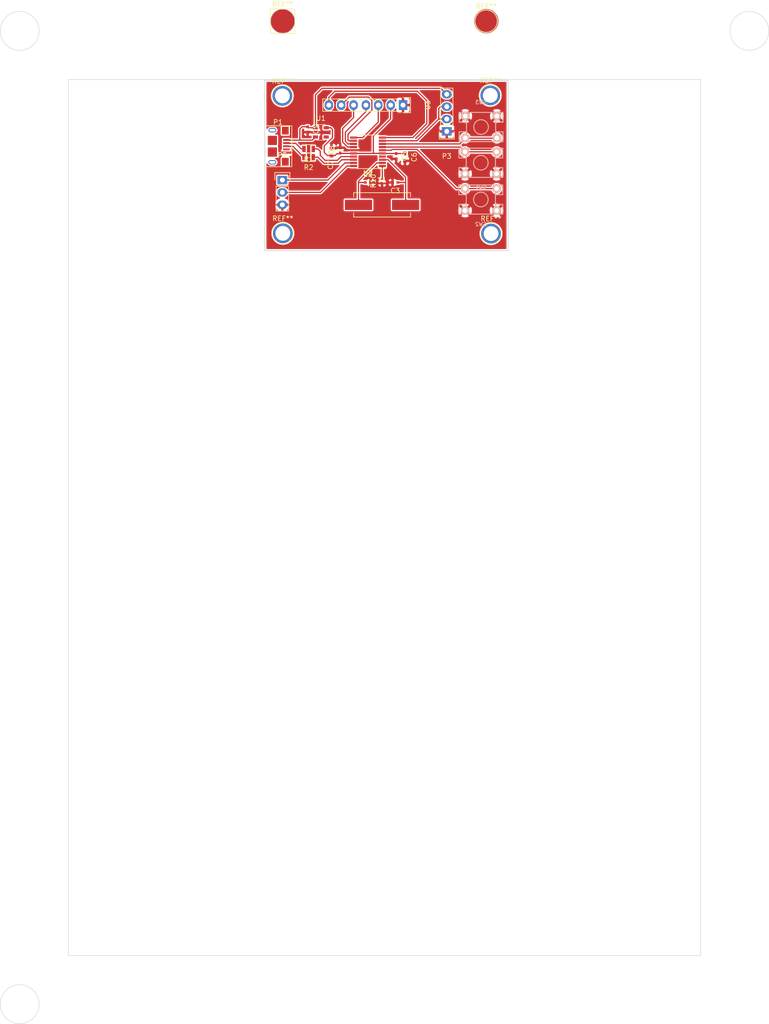
<source format=kicad_pcb>
(kicad_pcb (version 4) (host pcbnew 4.0.5+dfsg1-4)

  (general
    (links 54)
    (no_connects 0)
    (area 25.953599 42.02488 184.053601 252.551101)
    (thickness 1.6)
    (drawings 18)
    (tracks 122)
    (zones 0)
    (modules 26)
    (nets 25)
  )

  (page A4 portrait)
  (layers
    (0 F.Cu signal)
    (31 B.Cu signal hide)
    (32 B.Adhes user hide)
    (33 F.Adhes user hide)
    (34 B.Paste user)
    (35 F.Paste user)
    (36 B.SilkS user)
    (37 F.SilkS user)
    (38 B.Mask user)
    (39 F.Mask user)
    (40 Dwgs.User user)
    (41 Cmts.User user)
    (42 Eco1.User user)
    (43 Eco2.User user)
    (44 Edge.Cuts user)
    (45 Margin user)
    (46 B.CrtYd user)
    (47 F.CrtYd user)
    (48 B.Fab user)
    (49 F.Fab user)
  )

  (setup
    (last_trace_width 0.25)
    (trace_clearance 0.2)
    (zone_clearance 0.25)
    (zone_45_only no)
    (trace_min 0.15)
    (segment_width 0.2)
    (edge_width 0.15)
    (via_size 0.6)
    (via_drill 0.4)
    (via_min_size 0.4)
    (via_min_drill 0.3)
    (uvia_size 0.3)
    (uvia_drill 0.1)
    (uvias_allowed no)
    (uvia_min_size 0.2)
    (uvia_min_drill 0.1)
    (pcb_text_width 0.3)
    (pcb_text_size 1.5 1.5)
    (mod_edge_width 0.15)
    (mod_text_size 1 1)
    (mod_text_width 0.15)
    (pad_size 5 5)
    (pad_drill 0)
    (pad_to_mask_clearance 0.2)
    (aux_axis_origin 32.5 33.2)
    (visible_elements FFFEFFFF)
    (pcbplotparams
      (layerselection 0x00008_00000000)
      (usegerberextensions false)
      (excludeedgelayer true)
      (linewidth 0.100000)
      (plotframeref false)
      (viasonmask false)
      (mode 1)
      (useauxorigin false)
      (hpglpennumber 1)
      (hpglpenspeed 20)
      (hpglpendiameter 15)
      (hpglpenoverlay 2)
      (psnegative false)
      (psa4output false)
      (plotreference false)
      (plotvalue false)
      (plotinvisibletext false)
      (padsonsilk false)
      (subtractmaskfromsilk false)
      (outputformat 3)
      (mirror false)
      (drillshape 0)
      (scaleselection 1)
      (outputdirectory ""))
  )

  (net 0 "")
  (net 1 +5V)
  (net 2 GND)
  (net 3 "Net-(C2-Pad1)")
  (net 4 "Net-(C3-Pad1)")
  (net 5 +3V3)
  (net 6 SWDIO)
  (net 7 SWCLK)
  (net 8 USB_DM)
  (net 9 "Net-(P1-Pad2)")
  (net 10 USB_DP)
  (net 11 "Net-(P1-Pad3)")
  (net 12 "Net-(U2-Pad13)")
  (net 13 "Net-(U2-Pad14)")
  (net 14 "Net-(R10-Pad2)")
  (net 15 REL_1)
  (net 16 "Net-(U2-Pad10)")
  (net 17 "Net-(U2-Pad11)")
  (net 18 "Net-(SW1-Pad2)")
  (net 19 "Net-(SW2-Pad2)")
  (net 20 "Net-(P1-Pad4)")
  (net 21 "Net-(U1-Pad4)")
  (net 22 "Net-(U2-Pad4)")
  (net 23 "Net-(U2-Pad12)")
  (net 24 "Net-(SW3-Pad2)")

  (net_class Default "This is the default net class."
    (clearance 0.2)
    (trace_width 0.25)
    (via_dia 0.6)
    (via_drill 0.4)
    (uvia_dia 0.3)
    (uvia_drill 0.1)
  )

  (net_class 0.15 ""
    (clearance 0.2)
    (trace_width 0.25)
    (via_dia 0.6)
    (via_drill 0.4)
    (uvia_dia 0.3)
    (uvia_drill 0.1)
    (add_net +3V3)
    (add_net +5V)
    (add_net GND)
    (add_net "Net-(C2-Pad1)")
    (add_net "Net-(C3-Pad1)")
    (add_net "Net-(P1-Pad2)")
    (add_net "Net-(P1-Pad3)")
    (add_net "Net-(P1-Pad4)")
    (add_net "Net-(R10-Pad2)")
    (add_net "Net-(SW1-Pad2)")
    (add_net "Net-(SW2-Pad2)")
    (add_net "Net-(SW3-Pad2)")
    (add_net "Net-(U1-Pad4)")
    (add_net "Net-(U2-Pad10)")
    (add_net "Net-(U2-Pad11)")
    (add_net "Net-(U2-Pad12)")
    (add_net "Net-(U2-Pad13)")
    (add_net "Net-(U2-Pad14)")
    (add_net "Net-(U2-Pad4)")
    (add_net REL_1)
    (add_net SWCLK)
    (add_net SWDIO)
    (add_net USB_DM)
    (add_net USB_DP)
  )

  (module Bitraf:SPST-4-PIN_6mm_thru (layer B.Cu) (tedit 0) (tstamp 5A749F88)
    (at 124.8 75.6 180)
    (path /5A74C817)
    (fp_text reference SW1 (at 0 -5.08 180) (layer B.SilkS)
      (effects (font (size 0.762 0.762) (thickness 0.1524)) (justify mirror))
    )
    (fp_text value SW_Push (at 0 0 180) (layer B.SilkS) hide
      (effects (font (size 0.762 0.762) (thickness 0.1524)) (justify mirror))
    )
    (fp_line (start 3 -3) (end 4.5 -3) (layer B.SilkS) (width 0.2032))
    (fp_line (start 4.5 -3) (end 4.5 -1) (layer B.SilkS) (width 0.2032))
    (fp_line (start 4.5 -1) (end 3 -1) (layer B.SilkS) (width 0.2032))
    (fp_line (start 3 3) (end 4.5 3) (layer B.SilkS) (width 0.2032))
    (fp_line (start 4.5 3) (end 4.5 1) (layer B.SilkS) (width 0.2032))
    (fp_line (start 4.5 1) (end 3 1) (layer B.SilkS) (width 0.2032))
    (fp_line (start -3 -3) (end -4.5 -3) (layer B.SilkS) (width 0.2032))
    (fp_line (start -4.5 -3) (end -4.5 -1) (layer B.SilkS) (width 0.2032))
    (fp_line (start -4.5 -1) (end -3 -1) (layer B.SilkS) (width 0.2032))
    (fp_line (start -3 1) (end -4.5 1) (layer B.SilkS) (width 0.2032))
    (fp_line (start -3 3) (end -4.5 3) (layer B.SilkS) (width 0.2032))
    (fp_line (start -4.5 3) (end -4.5 1) (layer B.SilkS) (width 0.2032))
    (fp_circle (center 0 0) (end 0 1.5) (layer B.SilkS) (width 0.2032))
    (fp_line (start -3 3) (end -3 -3) (layer B.SilkS) (width 0.2032))
    (fp_line (start -3 -3) (end 3 -3) (layer B.SilkS) (width 0.2032))
    (fp_line (start 3 -3) (end 3 3) (layer B.SilkS) (width 0.2032))
    (fp_line (start 3 3) (end -3 3) (layer B.SilkS) (width 0.2032))
    (pad 1 thru_hole circle (at -3.25 -2.25 180) (size 1.8 1.8) (drill 1) (layers *.Cu *.Mask B.SilkS)
      (net 2 GND))
    (pad 1 thru_hole circle (at 3.25 -2.25 180) (size 1.8 1.8) (drill 1) (layers *.Cu *.Mask B.SilkS)
      (net 2 GND))
    (pad 2 thru_hole circle (at -3.25 2.25 180) (size 1.8 1.8) (drill 1) (layers *.Cu *.Mask B.SilkS)
      (net 18 "Net-(SW1-Pad2)"))
    (pad 2 thru_hole circle (at 3.25 2.25 180) (size 1.8 1.8) (drill 1) (layers *.Cu *.Mask B.SilkS)
      (net 18 "Net-(SW1-Pad2)"))
  )

  (module Bitraf:SPST-4-PIN_6mm_thru (layer B.Cu) (tedit 0) (tstamp 5A749F90)
    (at 124.8 83.15 180)
    (path /5A74C8EA)
    (fp_text reference SW2 (at 0 -5.08 180) (layer B.SilkS)
      (effects (font (size 0.762 0.762) (thickness 0.1524)) (justify mirror))
    )
    (fp_text value SW_Push (at 0 0 180) (layer B.SilkS) hide
      (effects (font (size 0.762 0.762) (thickness 0.1524)) (justify mirror))
    )
    (fp_line (start 3 -3) (end 4.5 -3) (layer B.SilkS) (width 0.2032))
    (fp_line (start 4.5 -3) (end 4.5 -1) (layer B.SilkS) (width 0.2032))
    (fp_line (start 4.5 -1) (end 3 -1) (layer B.SilkS) (width 0.2032))
    (fp_line (start 3 3) (end 4.5 3) (layer B.SilkS) (width 0.2032))
    (fp_line (start 4.5 3) (end 4.5 1) (layer B.SilkS) (width 0.2032))
    (fp_line (start 4.5 1) (end 3 1) (layer B.SilkS) (width 0.2032))
    (fp_line (start -3 -3) (end -4.5 -3) (layer B.SilkS) (width 0.2032))
    (fp_line (start -4.5 -3) (end -4.5 -1) (layer B.SilkS) (width 0.2032))
    (fp_line (start -4.5 -1) (end -3 -1) (layer B.SilkS) (width 0.2032))
    (fp_line (start -3 1) (end -4.5 1) (layer B.SilkS) (width 0.2032))
    (fp_line (start -3 3) (end -4.5 3) (layer B.SilkS) (width 0.2032))
    (fp_line (start -4.5 3) (end -4.5 1) (layer B.SilkS) (width 0.2032))
    (fp_circle (center 0 0) (end 0 1.5) (layer B.SilkS) (width 0.2032))
    (fp_line (start -3 3) (end -3 -3) (layer B.SilkS) (width 0.2032))
    (fp_line (start -3 -3) (end 3 -3) (layer B.SilkS) (width 0.2032))
    (fp_line (start 3 -3) (end 3 3) (layer B.SilkS) (width 0.2032))
    (fp_line (start 3 3) (end -3 3) (layer B.SilkS) (width 0.2032))
    (pad 1 thru_hole circle (at -3.25 -2.25 180) (size 1.8 1.8) (drill 1) (layers *.Cu *.Mask B.SilkS)
      (net 2 GND))
    (pad 1 thru_hole circle (at 3.25 -2.25 180) (size 1.8 1.8) (drill 1) (layers *.Cu *.Mask B.SilkS)
      (net 2 GND))
    (pad 2 thru_hole circle (at -3.25 2.25 180) (size 1.8 1.8) (drill 1) (layers *.Cu *.Mask B.SilkS)
      (net 19 "Net-(SW2-Pad2)"))
    (pad 2 thru_hole circle (at 3.25 2.25 180) (size 1.8 1.8) (drill 1) (layers *.Cu *.Mask B.SilkS)
      (net 19 "Net-(SW2-Pad2)"))
  )

  (module Capacitors_SMD:C_0402 (layer F.Cu) (tedit 5415D599) (tstamp 5A6DC68E)
    (at 89.2 68.75 270)
    (descr "Capacitor SMD 0402, reflow soldering, AVX (see smccp.pdf)")
    (tags "capacitor 0402")
    (path /5A6DAF79)
    (attr smd)
    (fp_text reference C1 (at 0 -1.7 270) (layer F.SilkS)
      (effects (font (size 1 1) (thickness 0.15)))
    )
    (fp_text value 0.1uF (at 0 1.7 270) (layer F.Fab)
      (effects (font (size 1 1) (thickness 0.15)))
    )
    (fp_line (start -0.5 0.25) (end -0.5 -0.25) (layer F.Fab) (width 0.15))
    (fp_line (start 0.5 0.25) (end -0.5 0.25) (layer F.Fab) (width 0.15))
    (fp_line (start 0.5 -0.25) (end 0.5 0.25) (layer F.Fab) (width 0.15))
    (fp_line (start -0.5 -0.25) (end 0.5 -0.25) (layer F.Fab) (width 0.15))
    (fp_line (start -1.15 -0.6) (end 1.15 -0.6) (layer F.CrtYd) (width 0.05))
    (fp_line (start -1.15 0.6) (end 1.15 0.6) (layer F.CrtYd) (width 0.05))
    (fp_line (start -1.15 -0.6) (end -1.15 0.6) (layer F.CrtYd) (width 0.05))
    (fp_line (start 1.15 -0.6) (end 1.15 0.6) (layer F.CrtYd) (width 0.05))
    (fp_line (start 0.25 -0.475) (end -0.25 -0.475) (layer F.SilkS) (width 0.15))
    (fp_line (start -0.25 0.475) (end 0.25 0.475) (layer F.SilkS) (width 0.15))
    (pad 1 smd rect (at -0.55 0 270) (size 0.6 0.5) (layers F.Cu F.Paste F.Mask)
      (net 1 +5V))
    (pad 2 smd rect (at 0.55 0 270) (size 0.6 0.5) (layers F.Cu F.Paste F.Mask)
      (net 2 GND))
    (model Capacitors_SMD.3dshapes/C_0402.wrl
      (at (xyz 0 0 0))
      (scale (xyz 1 1 1))
      (rotate (xyz 0 0 0))
    )
  )

  (module Capacitors_SMD:C_0402 (layer F.Cu) (tedit 5415D599) (tstamp 5A6DC694)
    (at 101.6 79.65)
    (descr "Capacitor SMD 0402, reflow soldering, AVX (see smccp.pdf)")
    (tags "capacitor 0402")
    (path /5A6DC07D)
    (attr smd)
    (fp_text reference C2 (at 0 -1.7) (layer F.SilkS)
      (effects (font (size 1 1) (thickness 0.15)))
    )
    (fp_text value 18pF (at 0 1.7) (layer F.Fab)
      (effects (font (size 1 1) (thickness 0.15)))
    )
    (fp_line (start -0.5 0.25) (end -0.5 -0.25) (layer F.Fab) (width 0.15))
    (fp_line (start 0.5 0.25) (end -0.5 0.25) (layer F.Fab) (width 0.15))
    (fp_line (start 0.5 -0.25) (end 0.5 0.25) (layer F.Fab) (width 0.15))
    (fp_line (start -0.5 -0.25) (end 0.5 -0.25) (layer F.Fab) (width 0.15))
    (fp_line (start -1.15 -0.6) (end 1.15 -0.6) (layer F.CrtYd) (width 0.05))
    (fp_line (start -1.15 0.6) (end 1.15 0.6) (layer F.CrtYd) (width 0.05))
    (fp_line (start -1.15 -0.6) (end -1.15 0.6) (layer F.CrtYd) (width 0.05))
    (fp_line (start 1.15 -0.6) (end 1.15 0.6) (layer F.CrtYd) (width 0.05))
    (fp_line (start 0.25 -0.475) (end -0.25 -0.475) (layer F.SilkS) (width 0.15))
    (fp_line (start -0.25 0.475) (end 0.25 0.475) (layer F.SilkS) (width 0.15))
    (pad 1 smd rect (at -0.55 0) (size 0.6 0.5) (layers F.Cu F.Paste F.Mask)
      (net 3 "Net-(C2-Pad1)"))
    (pad 2 smd rect (at 0.55 0) (size 0.6 0.5) (layers F.Cu F.Paste F.Mask)
      (net 2 GND))
    (model Capacitors_SMD.3dshapes/C_0402.wrl
      (at (xyz 0 0 0))
      (scale (xyz 1 1 1))
      (rotate (xyz 0 0 0))
    )
  )

  (module Capacitors_SMD:C_0402 (layer F.Cu) (tedit 5415D599) (tstamp 5A6DC69A)
    (at 107.2 79.65 180)
    (descr "Capacitor SMD 0402, reflow soldering, AVX (see smccp.pdf)")
    (tags "capacitor 0402")
    (path /5A6DC6AF)
    (attr smd)
    (fp_text reference C3 (at 0 -1.7 180) (layer F.SilkS)
      (effects (font (size 1 1) (thickness 0.15)))
    )
    (fp_text value 18pF (at 0 1.7 180) (layer F.Fab)
      (effects (font (size 1 1) (thickness 0.15)))
    )
    (fp_line (start -0.5 0.25) (end -0.5 -0.25) (layer F.Fab) (width 0.15))
    (fp_line (start 0.5 0.25) (end -0.5 0.25) (layer F.Fab) (width 0.15))
    (fp_line (start 0.5 -0.25) (end 0.5 0.25) (layer F.Fab) (width 0.15))
    (fp_line (start -0.5 -0.25) (end 0.5 -0.25) (layer F.Fab) (width 0.15))
    (fp_line (start -1.15 -0.6) (end 1.15 -0.6) (layer F.CrtYd) (width 0.05))
    (fp_line (start -1.15 0.6) (end 1.15 0.6) (layer F.CrtYd) (width 0.05))
    (fp_line (start -1.15 -0.6) (end -1.15 0.6) (layer F.CrtYd) (width 0.05))
    (fp_line (start 1.15 -0.6) (end 1.15 0.6) (layer F.CrtYd) (width 0.05))
    (fp_line (start 0.25 -0.475) (end -0.25 -0.475) (layer F.SilkS) (width 0.15))
    (fp_line (start -0.25 0.475) (end 0.25 0.475) (layer F.SilkS) (width 0.15))
    (pad 1 smd rect (at -0.55 0 180) (size 0.6 0.5) (layers F.Cu F.Paste F.Mask)
      (net 4 "Net-(C3-Pad1)"))
    (pad 2 smd rect (at 0.55 0 180) (size 0.6 0.5) (layers F.Cu F.Paste F.Mask)
      (net 2 GND))
    (model Capacitors_SMD.3dshapes/C_0402.wrl
      (at (xyz 0 0 0))
      (scale (xyz 1 1 1))
      (rotate (xyz 0 0 0))
    )
  )

  (module Capacitors_SMD:C_0402 (layer F.Cu) (tedit 5415D599) (tstamp 5A6DC6A6)
    (at 107.4 74.25 270)
    (descr "Capacitor SMD 0402, reflow soldering, AVX (see smccp.pdf)")
    (tags "capacitor 0402")
    (path /5A6D9DBB)
    (attr smd)
    (fp_text reference C5 (at 0 -1.7 270) (layer F.SilkS)
      (effects (font (size 1 1) (thickness 0.15)))
    )
    (fp_text value 0.1uF (at 0 1.7 270) (layer F.Fab)
      (effects (font (size 1 1) (thickness 0.15)))
    )
    (fp_line (start -0.5 0.25) (end -0.5 -0.25) (layer F.Fab) (width 0.15))
    (fp_line (start 0.5 0.25) (end -0.5 0.25) (layer F.Fab) (width 0.15))
    (fp_line (start 0.5 -0.25) (end 0.5 0.25) (layer F.Fab) (width 0.15))
    (fp_line (start -0.5 -0.25) (end 0.5 -0.25) (layer F.Fab) (width 0.15))
    (fp_line (start -1.15 -0.6) (end 1.15 -0.6) (layer F.CrtYd) (width 0.05))
    (fp_line (start -1.15 0.6) (end 1.15 0.6) (layer F.CrtYd) (width 0.05))
    (fp_line (start -1.15 -0.6) (end -1.15 0.6) (layer F.CrtYd) (width 0.05))
    (fp_line (start 1.15 -0.6) (end 1.15 0.6) (layer F.CrtYd) (width 0.05))
    (fp_line (start 0.25 -0.475) (end -0.25 -0.475) (layer F.SilkS) (width 0.15))
    (fp_line (start -0.25 0.475) (end 0.25 0.475) (layer F.SilkS) (width 0.15))
    (pad 1 smd rect (at -0.55 0 270) (size 0.6 0.5) (layers F.Cu F.Paste F.Mask)
      (net 5 +3V3))
    (pad 2 smd rect (at 0.55 0 270) (size 0.6 0.5) (layers F.Cu F.Paste F.Mask)
      (net 2 GND))
    (model Capacitors_SMD.3dshapes/C_0402.wrl
      (at (xyz 0 0 0))
      (scale (xyz 1 1 1))
      (rotate (xyz 0 0 0))
    )
  )

  (module Capacitors_SMD:C_0603 (layer F.Cu) (tedit 5415D631) (tstamp 5A6DC6AC)
    (at 109.2 74.45 270)
    (descr "Capacitor SMD 0603, reflow soldering, AVX (see smccp.pdf)")
    (tags "capacitor 0603")
    (path /5A6DF709)
    (attr smd)
    (fp_text reference C6 (at 0 -1.9 270) (layer F.SilkS)
      (effects (font (size 1 1) (thickness 0.15)))
    )
    (fp_text value 4.7uF (at 0 1.9 270) (layer F.Fab)
      (effects (font (size 1 1) (thickness 0.15)))
    )
    (fp_line (start -0.8 0.4) (end -0.8 -0.4) (layer F.Fab) (width 0.15))
    (fp_line (start 0.8 0.4) (end -0.8 0.4) (layer F.Fab) (width 0.15))
    (fp_line (start 0.8 -0.4) (end 0.8 0.4) (layer F.Fab) (width 0.15))
    (fp_line (start -0.8 -0.4) (end 0.8 -0.4) (layer F.Fab) (width 0.15))
    (fp_line (start -1.45 -0.75) (end 1.45 -0.75) (layer F.CrtYd) (width 0.05))
    (fp_line (start -1.45 0.75) (end 1.45 0.75) (layer F.CrtYd) (width 0.05))
    (fp_line (start -1.45 -0.75) (end -1.45 0.75) (layer F.CrtYd) (width 0.05))
    (fp_line (start 1.45 -0.75) (end 1.45 0.75) (layer F.CrtYd) (width 0.05))
    (fp_line (start -0.35 -0.6) (end 0.35 -0.6) (layer F.SilkS) (width 0.15))
    (fp_line (start 0.35 0.6) (end -0.35 0.6) (layer F.SilkS) (width 0.15))
    (pad 1 smd rect (at -0.75 0 270) (size 0.8 0.75) (layers F.Cu F.Paste F.Mask)
      (net 5 +3V3))
    (pad 2 smd rect (at 0.75 0 270) (size 0.8 0.75) (layers F.Cu F.Paste F.Mask)
      (net 2 GND))
    (model Capacitors_SMD.3dshapes/C_0603.wrl
      (at (xyz 0 0 0))
      (scale (xyz 1 1 1))
      (rotate (xyz 0 0 0))
    )
  )

  (module Capacitors_SMD:C_0603 (layer F.Cu) (tedit 5A6DDBDF) (tstamp 5A6DC6B2)
    (at 94.1 73.35 90)
    (descr "Capacitor SMD 0603, reflow soldering, AVX (see smccp.pdf)")
    (tags "capacitor 0603")
    (path /5A6DF75D)
    (attr smd)
    (fp_text reference C7 (at -2.7 -0.2 90) (layer F.SilkS)
      (effects (font (size 1 1) (thickness 0.15)))
    )
    (fp_text value 4.7uF (at 0 1.9 90) (layer F.Fab)
      (effects (font (size 1 1) (thickness 0.15)))
    )
    (fp_line (start -0.8 0.4) (end -0.8 -0.4) (layer F.Fab) (width 0.15))
    (fp_line (start 0.8 0.4) (end -0.8 0.4) (layer F.Fab) (width 0.15))
    (fp_line (start 0.8 -0.4) (end 0.8 0.4) (layer F.Fab) (width 0.15))
    (fp_line (start -0.8 -0.4) (end 0.8 -0.4) (layer F.Fab) (width 0.15))
    (fp_line (start -1.45 -0.75) (end 1.45 -0.75) (layer F.CrtYd) (width 0.05))
    (fp_line (start -1.45 0.75) (end 1.45 0.75) (layer F.CrtYd) (width 0.05))
    (fp_line (start -1.45 -0.75) (end -1.45 0.75) (layer F.CrtYd) (width 0.05))
    (fp_line (start 1.45 -0.75) (end 1.45 0.75) (layer F.CrtYd) (width 0.05))
    (fp_line (start -0.35 -0.6) (end 0.35 -0.6) (layer F.SilkS) (width 0.15))
    (fp_line (start 0.35 0.6) (end -0.35 0.6) (layer F.SilkS) (width 0.15))
    (pad 1 smd rect (at -0.75 0 90) (size 0.8 0.75) (layers F.Cu F.Paste F.Mask)
      (net 5 +3V3))
    (pad 2 smd rect (at 0.75 0 90) (size 0.8 0.75) (layers F.Cu F.Paste F.Mask)
      (net 2 GND))
    (model Capacitors_SMD.3dshapes/C_0603.wrl
      (at (xyz 0 0 0))
      (scale (xyz 1 1 1))
      (rotate (xyz 0 0 0))
    )
  )

  (module Capacitors_SMD:C_0402 (layer F.Cu) (tedit 5415D599) (tstamp 5A6DC6B8)
    (at 95.9 73.05 90)
    (descr "Capacitor SMD 0402, reflow soldering, AVX (see smccp.pdf)")
    (tags "capacitor 0402")
    (path /5A6D9E52)
    (attr smd)
    (fp_text reference C8 (at 0 -1.7 90) (layer F.SilkS)
      (effects (font (size 1 1) (thickness 0.15)))
    )
    (fp_text value 0.1uF (at 0 1.7 90) (layer F.Fab)
      (effects (font (size 1 1) (thickness 0.15)))
    )
    (fp_line (start -0.5 0.25) (end -0.5 -0.25) (layer F.Fab) (width 0.15))
    (fp_line (start 0.5 0.25) (end -0.5 0.25) (layer F.Fab) (width 0.15))
    (fp_line (start 0.5 -0.25) (end 0.5 0.25) (layer F.Fab) (width 0.15))
    (fp_line (start -0.5 -0.25) (end 0.5 -0.25) (layer F.Fab) (width 0.15))
    (fp_line (start -1.15 -0.6) (end 1.15 -0.6) (layer F.CrtYd) (width 0.05))
    (fp_line (start -1.15 0.6) (end 1.15 0.6) (layer F.CrtYd) (width 0.05))
    (fp_line (start -1.15 -0.6) (end -1.15 0.6) (layer F.CrtYd) (width 0.05))
    (fp_line (start 1.15 -0.6) (end 1.15 0.6) (layer F.CrtYd) (width 0.05))
    (fp_line (start 0.25 -0.475) (end -0.25 -0.475) (layer F.SilkS) (width 0.15))
    (fp_line (start -0.25 0.475) (end 0.25 0.475) (layer F.SilkS) (width 0.15))
    (pad 1 smd rect (at -0.55 0 90) (size 0.6 0.5) (layers F.Cu F.Paste F.Mask)
      (net 5 +3V3))
    (pad 2 smd rect (at 0.55 0 90) (size 0.6 0.5) (layers F.Cu F.Paste F.Mask)
      (net 2 GND))
    (model Capacitors_SMD.3dshapes/C_0402.wrl
      (at (xyz 0 0 0))
      (scale (xyz 1 1 1))
      (rotate (xyz 0 0 0))
    )
  )

  (module Crystals:Crystal_HC49-SD_SMD (layer F.Cu) (tedit 0) (tstamp 5A6DC747)
    (at 104.5 84.25)
    (descr "Crystal Quarz HC49-SD SMD")
    (tags "Crystal Quarz HC49-SD SMD")
    (path /5A6DBF7C)
    (attr smd)
    (fp_text reference Y1 (at 0 -5.08) (layer F.SilkS)
      (effects (font (size 1 1) (thickness 0.15)))
    )
    (fp_text value 8MHz (at 2.54 5.08) (layer F.Fab)
      (effects (font (size 1 1) (thickness 0.15)))
    )
    (fp_circle (center 0 0) (end 0.8509 0) (layer F.Adhes) (width 0.381))
    (fp_circle (center 0 0) (end 0.50038 0) (layer F.Adhes) (width 0.381))
    (fp_circle (center 0 0) (end 0.14986 0.0508) (layer F.Adhes) (width 0.381))
    (fp_line (start -5.84962 2.49936) (end 5.84962 2.49936) (layer F.SilkS) (width 0.15))
    (fp_line (start 5.84962 -2.49936) (end -5.84962 -2.49936) (layer F.SilkS) (width 0.15))
    (fp_line (start 5.84962 2.49936) (end 5.84962 1.651) (layer F.SilkS) (width 0.15))
    (fp_line (start 5.84962 -2.49936) (end 5.84962 -1.651) (layer F.SilkS) (width 0.15))
    (fp_line (start -5.84962 2.49936) (end -5.84962 1.651) (layer F.SilkS) (width 0.15))
    (fp_line (start -5.84962 -2.49936) (end -5.84962 -1.651) (layer F.SilkS) (width 0.15))
    (pad 1 smd rect (at -4.84886 0) (size 5.6007 2.10058) (layers F.Cu F.Paste F.Mask)
      (net 3 "Net-(C2-Pad1)"))
    (pad 2 smd rect (at 4.84886 0) (size 5.6007 2.10058) (layers F.Cu F.Paste F.Mask)
      (net 4 "Net-(C3-Pad1)"))
  )

  (module conn-fci:FCI_10118193-0001LF (layer F.Cu) (tedit 582107E7) (tstamp 5A6DD41E)
    (at 81.95 72.2 270)
    (path /5A6D9347)
    (solder_mask_margin 0.1)
    (fp_text reference P1 (at -4.95 -1.15 360) (layer F.SilkS)
      (effects (font (size 1 1) (thickness 0.15)))
    )
    (fp_text value USB_OTG (at 0 0 270) (layer F.Fab)
      (effects (font (size 0.5 0.5) (thickness 0.1)))
    )
    (fp_line (start 4.2 1.5) (end 4.2 -4) (layer F.SilkS) (width 0.15))
    (fp_line (start 4.2 -4) (end -4.2 -4) (layer F.SilkS) (width 0.15))
    (fp_line (start -4.2 -4) (end -4.2 1.5) (layer F.SilkS) (width 0.15))
    (fp_line (start -4.2 -4) (end 4.2 -4) (layer F.CrtYd) (width 0.05))
    (fp_line (start 4.2 -4) (end 4.2 2.8) (layer F.CrtYd) (width 0.05))
    (fp_line (start 4.2 2.8) (end -4.2 2.8) (layer F.CrtYd) (width 0.05))
    (fp_line (start -4.2 2.8) (end -4.2 -4) (layer F.CrtYd) (width 0.05))
    (pad SH smd rect (at 3.2 -2.65 270) (size 1.6 1.4) (layers F.Cu F.Paste F.Mask))
    (pad SH smd rect (at -3.2 -2.65 270) (size 1.6 1.4) (layers F.Cu F.Paste F.Mask))
    (pad SH smd rect (at 1.2 0 270) (size 1.9 1.9) (layers F.Cu F.Paste F.Mask))
    (pad SH smd rect (at -1.2 0 270) (size 1.9 1.9) (layers F.Cu F.Paste F.Mask))
    (pad 5 smd rect (at 1.3 -2.875 270) (size 0.4 1.35) (layers F.Cu F.Paste F.Mask)
      (net 2 GND))
    (pad 4 smd rect (at 0.65 -2.875 270) (size 0.4 1.35) (layers F.Cu F.Paste F.Mask)
      (net 20 "Net-(P1-Pad4)"))
    (pad 3 smd rect (at 0 -2.875 270) (size 0.4 1.35) (layers F.Cu F.Paste F.Mask)
      (net 11 "Net-(P1-Pad3)"))
    (pad 2 smd rect (at -0.65 -2.875 270) (size 0.4 1.35) (layers F.Cu F.Paste F.Mask)
      (net 9 "Net-(P1-Pad2)"))
    (pad 1 smd rect (at -1.3 -2.875 270) (size 0.4 1.35) (layers F.Cu F.Paste F.Mask)
      (net 1 +5V))
    (pad SH thru_hole oval (at 3.3 0 270) (size 0.9 1.6) (drill oval 0.5 1.2) (layers *.Cu *.Mask))
    (pad SH thru_hole oval (at -3.3 0 270) (size 0.9 1.6) (drill oval 0.5 1.2) (layers *.Cu *.Mask))
    (model ${KISYS3DMOD}/conn-fci.3dshapes/FCI_10118193-0001LF.step
      (at (xyz 0 0 0))
      (scale (xyz 1 1 1))
      (rotate (xyz 0 0 0))
    )
  )

  (module TO_SOT_Packages_SMD:SOT-23-5 (layer F.Cu) (tedit 583F3A3F) (tstamp 5A6E2EF3)
    (at 91.9 69.35)
    (descr "5-pin SOT23 package")
    (tags SOT-23-5)
    (path /5A6DAC0A)
    (attr smd)
    (fp_text reference U1 (at 0 -2.9) (layer F.SilkS)
      (effects (font (size 1 1) (thickness 0.15)))
    )
    (fp_text value TC2EF (at 0 2.9) (layer F.Fab)
      (effects (font (size 1 1) (thickness 0.15)))
    )
    (fp_line (start -0.9 1.61) (end 0.9 1.61) (layer F.SilkS) (width 0.12))
    (fp_line (start 0.9 -1.61) (end -1.55 -1.61) (layer F.SilkS) (width 0.12))
    (fp_line (start -1.9 -1.8) (end 1.9 -1.8) (layer F.CrtYd) (width 0.05))
    (fp_line (start 1.9 -1.8) (end 1.9 1.8) (layer F.CrtYd) (width 0.05))
    (fp_line (start 1.9 1.8) (end -1.9 1.8) (layer F.CrtYd) (width 0.05))
    (fp_line (start -1.9 1.8) (end -1.9 -1.8) (layer F.CrtYd) (width 0.05))
    (fp_line (start 0.9 -1.55) (end -0.9 -1.55) (layer F.Fab) (width 0.15))
    (fp_line (start -0.9 -1.55) (end -0.9 1.55) (layer F.Fab) (width 0.15))
    (fp_line (start 0.9 1.55) (end -0.9 1.55) (layer F.Fab) (width 0.15))
    (fp_line (start 0.9 -1.55) (end 0.9 1.55) (layer F.Fab) (width 0.15))
    (pad 1 smd rect (at -1.1 -0.95) (size 1.06 0.65) (layers F.Cu F.Paste F.Mask)
      (net 1 +5V))
    (pad 2 smd rect (at -1.1 0) (size 1.06 0.65) (layers F.Cu F.Paste F.Mask)
      (net 2 GND))
    (pad 3 smd rect (at -1.1 0.95) (size 1.06 0.65) (layers F.Cu F.Paste F.Mask)
      (net 1 +5V))
    (pad 4 smd rect (at 1.1 0.95) (size 1.06 0.65) (layers F.Cu F.Paste F.Mask)
      (net 21 "Net-(U1-Pad4)"))
    (pad 5 smd rect (at 1.1 -0.95) (size 1.06 0.65) (layers F.Cu F.Paste F.Mask)
      (net 5 +3V3))
    (model TO_SOT_Packages_SMD.3dshapes/SOT-23-5.wrl
      (at (xyz 0 0 0))
      (scale (xyz 1 1 1))
      (rotate (xyz 0 0 0))
    )
  )

  (module Housings_SSOP:TSSOP-20_4.4x6.5mm_Pitch0.65mm (layer F.Cu) (tedit 54130A77) (tstamp 5A6E2EFB)
    (at 101.6 73.35 180)
    (descr "20-Lead Plastic Thin Shrink Small Outline (ST)-4.4 mm Body [TSSOP] (see Microchip Packaging Specification 00000049BS.pdf)")
    (tags "SSOP 0.65")
    (path /5A6D9D52)
    (attr smd)
    (fp_text reference U2 (at 0 -4.3 180) (layer F.SilkS)
      (effects (font (size 1 1) (thickness 0.15)))
    )
    (fp_text value STM32F070 (at 0 4.3 180) (layer F.Fab)
      (effects (font (size 1 1) (thickness 0.15)))
    )
    (fp_line (start -1.2 -3.25) (end 2.2 -3.25) (layer F.Fab) (width 0.15))
    (fp_line (start 2.2 -3.25) (end 2.2 3.25) (layer F.Fab) (width 0.15))
    (fp_line (start 2.2 3.25) (end -2.2 3.25) (layer F.Fab) (width 0.15))
    (fp_line (start -2.2 3.25) (end -2.2 -2.25) (layer F.Fab) (width 0.15))
    (fp_line (start -2.2 -2.25) (end -1.2 -3.25) (layer F.Fab) (width 0.15))
    (fp_line (start -3.95 -3.55) (end -3.95 3.55) (layer F.CrtYd) (width 0.05))
    (fp_line (start 3.95 -3.55) (end 3.95 3.55) (layer F.CrtYd) (width 0.05))
    (fp_line (start -3.95 -3.55) (end 3.95 -3.55) (layer F.CrtYd) (width 0.05))
    (fp_line (start -3.95 3.55) (end 3.95 3.55) (layer F.CrtYd) (width 0.05))
    (fp_line (start -2.225 3.45) (end 2.225 3.45) (layer F.SilkS) (width 0.15))
    (fp_line (start -3.75 -3.45) (end 2.225 -3.45) (layer F.SilkS) (width 0.15))
    (pad 1 smd rect (at -2.95 -2.925 180) (size 1.45 0.45) (layers F.Cu F.Paste F.Mask)
      (net 14 "Net-(R10-Pad2)"))
    (pad 2 smd rect (at -2.95 -2.275 180) (size 1.45 0.45) (layers F.Cu F.Paste F.Mask)
      (net 3 "Net-(C2-Pad1)"))
    (pad 3 smd rect (at -2.95 -1.625 180) (size 1.45 0.45) (layers F.Cu F.Paste F.Mask)
      (net 4 "Net-(C3-Pad1)"))
    (pad 4 smd rect (at -2.95 -0.975 180) (size 1.45 0.45) (layers F.Cu F.Paste F.Mask)
      (net 22 "Net-(U2-Pad4)"))
    (pad 5 smd rect (at -2.95 -0.325 180) (size 1.45 0.45) (layers F.Cu F.Paste F.Mask)
      (net 5 +3V3))
    (pad 6 smd rect (at -2.95 0.325 180) (size 1.45 0.45) (layers F.Cu F.Paste F.Mask)
      (net 19 "Net-(SW2-Pad2)"))
    (pad 7 smd rect (at -2.95 0.975 180) (size 1.45 0.45) (layers F.Cu F.Paste F.Mask)
      (net 18 "Net-(SW1-Pad2)"))
    (pad 8 smd rect (at -2.95 1.625 180) (size 1.45 0.45) (layers F.Cu F.Paste F.Mask)
      (net 24 "Net-(SW3-Pad2)"))
    (pad 9 smd rect (at -2.95 2.275 180) (size 1.45 0.45) (layers F.Cu F.Paste F.Mask)
      (net 15 REL_1))
    (pad 10 smd rect (at -2.95 2.925 180) (size 1.45 0.45) (layers F.Cu F.Paste F.Mask)
      (net 16 "Net-(U2-Pad10)"))
    (pad 11 smd rect (at 2.95 2.925 180) (size 1.45 0.45) (layers F.Cu F.Paste F.Mask)
      (net 17 "Net-(U2-Pad11)"))
    (pad 12 smd rect (at 2.95 2.275 180) (size 1.45 0.45) (layers F.Cu F.Paste F.Mask)
      (net 23 "Net-(U2-Pad12)"))
    (pad 13 smd rect (at 2.95 1.625 180) (size 1.45 0.45) (layers F.Cu F.Paste F.Mask)
      (net 12 "Net-(U2-Pad13)"))
    (pad 14 smd rect (at 2.95 0.975 180) (size 1.45 0.45) (layers F.Cu F.Paste F.Mask)
      (net 13 "Net-(U2-Pad14)"))
    (pad 15 smd rect (at 2.95 0.325 180) (size 1.45 0.45) (layers F.Cu F.Paste F.Mask)
      (net 2 GND))
    (pad 16 smd rect (at 2.95 -0.325 180) (size 1.45 0.45) (layers F.Cu F.Paste F.Mask)
      (net 5 +3V3))
    (pad 17 smd rect (at 2.95 -0.975 180) (size 1.45 0.45) (layers F.Cu F.Paste F.Mask)
      (net 8 USB_DM))
    (pad 18 smd rect (at 2.95 -1.625 180) (size 1.45 0.45) (layers F.Cu F.Paste F.Mask)
      (net 10 USB_DP))
    (pad 19 smd rect (at 2.95 -2.275 180) (size 1.45 0.45) (layers F.Cu F.Paste F.Mask)
      (net 6 SWDIO))
    (pad 20 smd rect (at 2.95 -2.925 180) (size 1.45 0.45) (layers F.Cu F.Paste F.Mask)
      (net 7 SWCLK))
    (model Housings_SSOP.3dshapes/TSSOP-20_4.4x6.5mm_Pitch0.65mm.wrl
      (at (xyz 0 0 0))
      (scale (xyz 1 1 1))
      (rotate (xyz 0 0 0))
    )
  )

  (module Resistors_SMD:R_0402 (layer F.Cu) (tedit 58307A8A) (tstamp 5A6F4DA1)
    (at 104.5 79.35 90)
    (descr "Resistor SMD 0402, reflow soldering, Vishay (see dcrcw.pdf)")
    (tags "resistor 0402")
    (path /5A6F5EB0)
    (attr smd)
    (fp_text reference R10 (at 0 -1.8 90) (layer F.SilkS)
      (effects (font (size 1 1) (thickness 0.15)))
    )
    (fp_text value 0R (at 0 1.8 90) (layer F.Fab)
      (effects (font (size 1 1) (thickness 0.15)))
    )
    (fp_line (start -0.5 0.25) (end -0.5 -0.25) (layer F.Fab) (width 0.1))
    (fp_line (start 0.5 0.25) (end -0.5 0.25) (layer F.Fab) (width 0.1))
    (fp_line (start 0.5 -0.25) (end 0.5 0.25) (layer F.Fab) (width 0.1))
    (fp_line (start -0.5 -0.25) (end 0.5 -0.25) (layer F.Fab) (width 0.1))
    (fp_line (start -0.95 -0.65) (end 0.95 -0.65) (layer F.CrtYd) (width 0.05))
    (fp_line (start -0.95 0.65) (end 0.95 0.65) (layer F.CrtYd) (width 0.05))
    (fp_line (start -0.95 -0.65) (end -0.95 0.65) (layer F.CrtYd) (width 0.05))
    (fp_line (start 0.95 -0.65) (end 0.95 0.65) (layer F.CrtYd) (width 0.05))
    (fp_line (start 0.25 -0.525) (end -0.25 -0.525) (layer F.SilkS) (width 0.15))
    (fp_line (start -0.25 0.525) (end 0.25 0.525) (layer F.SilkS) (width 0.15))
    (pad 1 smd rect (at -0.45 0 90) (size 0.4 0.6) (layers F.Cu F.Paste F.Mask)
      (net 2 GND))
    (pad 2 smd rect (at 0.45 0 90) (size 0.4 0.6) (layers F.Cu F.Paste F.Mask)
      (net 14 "Net-(R10-Pad2)"))
    (model Resistors_SMD.3dshapes/R_0402.wrl
      (at (xyz 0 0 0))
      (scale (xyz 1 1 1))
      (rotate (xyz 0 0 0))
    )
  )

  (module Pin_Headers:Pin_Header_Straight_1x04 (layer F.Cu) (tedit 0) (tstamp 5A749F80)
    (at 117.8 69.15 180)
    (descr "Through hole pin header")
    (tags "pin header")
    (path /5A74D691)
    (fp_text reference P3 (at 0 -5.1 180) (layer F.SilkS)
      (effects (font (size 1 1) (thickness 0.15)))
    )
    (fp_text value CONN_01X04 (at 0 -3.1 180) (layer F.Fab)
      (effects (font (size 1 1) (thickness 0.15)))
    )
    (fp_line (start -1.75 -1.75) (end -1.75 9.4) (layer F.CrtYd) (width 0.05))
    (fp_line (start 1.75 -1.75) (end 1.75 9.4) (layer F.CrtYd) (width 0.05))
    (fp_line (start -1.75 -1.75) (end 1.75 -1.75) (layer F.CrtYd) (width 0.05))
    (fp_line (start -1.75 9.4) (end 1.75 9.4) (layer F.CrtYd) (width 0.05))
    (fp_line (start -1.27 1.27) (end -1.27 8.89) (layer F.SilkS) (width 0.15))
    (fp_line (start 1.27 1.27) (end 1.27 8.89) (layer F.SilkS) (width 0.15))
    (fp_line (start 1.55 -1.55) (end 1.55 0) (layer F.SilkS) (width 0.15))
    (fp_line (start -1.27 8.89) (end 1.27 8.89) (layer F.SilkS) (width 0.15))
    (fp_line (start 1.27 1.27) (end -1.27 1.27) (layer F.SilkS) (width 0.15))
    (fp_line (start -1.55 0) (end -1.55 -1.55) (layer F.SilkS) (width 0.15))
    (fp_line (start -1.55 -1.55) (end 1.55 -1.55) (layer F.SilkS) (width 0.15))
    (pad 1 thru_hole rect (at 0 0 180) (size 2.032 1.7272) (drill 1.016) (layers *.Cu *.Mask)
      (net 2 GND))
    (pad 2 thru_hole oval (at 0 2.54 180) (size 2.032 1.7272) (drill 1.016) (layers *.Cu *.Mask)
      (net 15 REL_1))
    (pad 3 thru_hole oval (at 0 5.08 180) (size 2.032 1.7272) (drill 1.016) (layers *.Cu *.Mask)
      (net 15 REL_1))
    (pad 4 thru_hole oval (at 0 7.62 180) (size 2.032 1.7272) (drill 1.016) (layers *.Cu *.Mask)
      (net 1 +5V))
    (model Pin_Headers.3dshapes/Pin_Header_Straight_1x04.wrl
      (at (xyz 0 -0.15 0))
      (scale (xyz 1 1 1))
      (rotate (xyz 0 0 90))
    )
  )

  (module Pin_Headers:Pin_Header_Straight_1x07 (layer F.Cu) (tedit 0) (tstamp 5A74F0C4)
    (at 108.8 63.75 270)
    (descr "Through hole pin header")
    (tags "pin header")
    (path /5A74A2EB)
    (fp_text reference U3 (at 0 -5.1 270) (layer F.SilkS)
      (effects (font (size 1 1) (thickness 0.15)))
    )
    (fp_text value OLED (at 0 -3.1 270) (layer F.Fab)
      (effects (font (size 1 1) (thickness 0.15)))
    )
    (fp_line (start -1.75 -1.75) (end -1.75 17) (layer F.CrtYd) (width 0.05))
    (fp_line (start 1.75 -1.75) (end 1.75 17) (layer F.CrtYd) (width 0.05))
    (fp_line (start -1.75 -1.75) (end 1.75 -1.75) (layer F.CrtYd) (width 0.05))
    (fp_line (start -1.75 17) (end 1.75 17) (layer F.CrtYd) (width 0.05))
    (fp_line (start 1.27 1.27) (end 1.27 16.51) (layer F.SilkS) (width 0.15))
    (fp_line (start 1.27 16.51) (end -1.27 16.51) (layer F.SilkS) (width 0.15))
    (fp_line (start -1.27 16.51) (end -1.27 1.27) (layer F.SilkS) (width 0.15))
    (fp_line (start 1.55 -1.55) (end 1.55 0) (layer F.SilkS) (width 0.15))
    (fp_line (start 1.27 1.27) (end -1.27 1.27) (layer F.SilkS) (width 0.15))
    (fp_line (start -1.55 0) (end -1.55 -1.55) (layer F.SilkS) (width 0.15))
    (fp_line (start -1.55 -1.55) (end 1.55 -1.55) (layer F.SilkS) (width 0.15))
    (pad 1 thru_hole rect (at 0 0 270) (size 2.032 1.7272) (drill 1.016) (layers *.Cu *.Mask)
      (net 2 GND))
    (pad 2 thru_hole oval (at 0 2.54 270) (size 2.032 1.7272) (drill 1.016) (layers *.Cu *.Mask)
      (net 5 +3V3))
    (pad 3 thru_hole oval (at 0 5.08 270) (size 2.032 1.7272) (drill 1.016) (layers *.Cu *.Mask)
      (net 17 "Net-(U2-Pad11)"))
    (pad 4 thru_hole oval (at 0 7.62 270) (size 2.032 1.7272) (drill 1.016) (layers *.Cu *.Mask)
      (net 12 "Net-(U2-Pad13)"))
    (pad 5 thru_hole oval (at 0 10.16 270) (size 2.032 1.7272) (drill 1.016) (layers *.Cu *.Mask)
      (net 13 "Net-(U2-Pad14)"))
    (pad 6 thru_hole oval (at 0 12.7 270) (size 2.032 1.7272) (drill 1.016) (layers *.Cu *.Mask)
      (net 23 "Net-(U2-Pad12)"))
    (pad 7 thru_hole oval (at 0 15.24 270) (size 2.032 1.7272) (drill 1.016) (layers *.Cu *.Mask)
      (net 16 "Net-(U2-Pad10)"))
    (model Pin_Headers.3dshapes/Pin_Header_Straight_1x07.wrl
      (at (xyz 0 -0.3 0))
      (scale (xyz 1 1 1))
      (rotate (xyz 0 0 90))
    )
  )

  (module Pin_Headers:Pin_Header_Straight_1x03 (layer F.Cu) (tedit 0) (tstamp 5A762583)
    (at 84 79.15)
    (descr "Through hole pin header")
    (tags "pin header")
    (path /5A762C67)
    (fp_text reference P2 (at 0 -5.1) (layer F.SilkS)
      (effects (font (size 1 1) (thickness 0.15)))
    )
    (fp_text value CONN_01X03 (at 0 -3.1) (layer F.Fab)
      (effects (font (size 1 1) (thickness 0.15)))
    )
    (fp_line (start -1.75 -1.75) (end -1.75 6.85) (layer F.CrtYd) (width 0.05))
    (fp_line (start 1.75 -1.75) (end 1.75 6.85) (layer F.CrtYd) (width 0.05))
    (fp_line (start -1.75 -1.75) (end 1.75 -1.75) (layer F.CrtYd) (width 0.05))
    (fp_line (start -1.75 6.85) (end 1.75 6.85) (layer F.CrtYd) (width 0.05))
    (fp_line (start -1.27 1.27) (end -1.27 6.35) (layer F.SilkS) (width 0.15))
    (fp_line (start -1.27 6.35) (end 1.27 6.35) (layer F.SilkS) (width 0.15))
    (fp_line (start 1.27 6.35) (end 1.27 1.27) (layer F.SilkS) (width 0.15))
    (fp_line (start 1.55 -1.55) (end 1.55 0) (layer F.SilkS) (width 0.15))
    (fp_line (start 1.27 1.27) (end -1.27 1.27) (layer F.SilkS) (width 0.15))
    (fp_line (start -1.55 0) (end -1.55 -1.55) (layer F.SilkS) (width 0.15))
    (fp_line (start -1.55 -1.55) (end 1.55 -1.55) (layer F.SilkS) (width 0.15))
    (pad 1 thru_hole rect (at 0 0) (size 2.032 1.7272) (drill 1.016) (layers *.Cu *.Mask)
      (net 6 SWDIO))
    (pad 2 thru_hole oval (at 0 2.54) (size 2.032 1.7272) (drill 1.016) (layers *.Cu *.Mask)
      (net 7 SWCLK))
    (pad 3 thru_hole oval (at 0 5.08) (size 2.032 1.7272) (drill 1.016) (layers *.Cu *.Mask)
      (net 2 GND))
    (model Pin_Headers.3dshapes/Pin_Header_Straight_1x03.wrl
      (at (xyz 0 -0.1 0))
      (scale (xyz 1 1 1))
      (rotate (xyz 0 0 90))
    )
  )

  (module Bitraf:SPST-4-PIN_6mm_thru (layer B.Cu) (tedit 0) (tstamp 5A762B94)
    (at 124.85 68.25)
    (path /5A7630A7)
    (fp_text reference SW3 (at 0 -5.08) (layer B.SilkS)
      (effects (font (size 0.762 0.762) (thickness 0.1524)) (justify mirror))
    )
    (fp_text value SW_Push (at 0 0) (layer B.SilkS) hide
      (effects (font (size 0.762 0.762) (thickness 0.1524)) (justify mirror))
    )
    (fp_line (start 3 -3) (end 4.5 -3) (layer B.SilkS) (width 0.2032))
    (fp_line (start 4.5 -3) (end 4.5 -1) (layer B.SilkS) (width 0.2032))
    (fp_line (start 4.5 -1) (end 3 -1) (layer B.SilkS) (width 0.2032))
    (fp_line (start 3 3) (end 4.5 3) (layer B.SilkS) (width 0.2032))
    (fp_line (start 4.5 3) (end 4.5 1) (layer B.SilkS) (width 0.2032))
    (fp_line (start 4.5 1) (end 3 1) (layer B.SilkS) (width 0.2032))
    (fp_line (start -3 -3) (end -4.5 -3) (layer B.SilkS) (width 0.2032))
    (fp_line (start -4.5 -3) (end -4.5 -1) (layer B.SilkS) (width 0.2032))
    (fp_line (start -4.5 -1) (end -3 -1) (layer B.SilkS) (width 0.2032))
    (fp_line (start -3 1) (end -4.5 1) (layer B.SilkS) (width 0.2032))
    (fp_line (start -3 3) (end -4.5 3) (layer B.SilkS) (width 0.2032))
    (fp_line (start -4.5 3) (end -4.5 1) (layer B.SilkS) (width 0.2032))
    (fp_circle (center 0 0) (end 0 1.5) (layer B.SilkS) (width 0.2032))
    (fp_line (start -3 3) (end -3 -3) (layer B.SilkS) (width 0.2032))
    (fp_line (start -3 -3) (end 3 -3) (layer B.SilkS) (width 0.2032))
    (fp_line (start 3 -3) (end 3 3) (layer B.SilkS) (width 0.2032))
    (fp_line (start 3 3) (end -3 3) (layer B.SilkS) (width 0.2032))
    (pad 1 thru_hole circle (at -3.25 -2.25) (size 1.8 1.8) (drill 1) (layers *.Cu *.Mask B.SilkS)
      (net 2 GND))
    (pad 1 thru_hole circle (at 3.25 -2.25) (size 1.8 1.8) (drill 1) (layers *.Cu *.Mask B.SilkS)
      (net 2 GND))
    (pad 2 thru_hole circle (at -3.25 2.25) (size 1.8 1.8) (drill 1) (layers *.Cu *.Mask B.SilkS)
      (net 24 "Net-(SW3-Pad2)"))
    (pad 2 thru_hole circle (at 3.25 2.25) (size 1.8 1.8) (drill 1) (layers *.Cu *.Mask B.SilkS)
      (net 24 "Net-(SW3-Pad2)"))
  )

  (module Connect:1pin (layer F.Cu) (tedit 0) (tstamp 5A762C21)
    (at 84 61.85)
    (descr "module 1 pin (ou trou mecanique de percage)")
    (tags DEV)
    (fp_text reference REF** (at 0 -3.048) (layer F.SilkS)
      (effects (font (size 1 1) (thickness 0.15)))
    )
    (fp_text value 1pin (at 0 2.794) (layer F.Fab)
      (effects (font (size 1 1) (thickness 0.15)))
    )
    (fp_circle (center 0 0) (end 0 -2.286) (layer F.SilkS) (width 0.15))
    (pad 1 thru_hole circle (at 0 0) (size 4.064 4.064) (drill 3.048) (layers *.Cu *.Mask))
  )

  (module Connect:1pin (layer F.Cu) (tedit 0) (tstamp 5A762C22)
    (at 126.75 61.75)
    (descr "module 1 pin (ou trou mecanique de percage)")
    (tags DEV)
    (fp_text reference REF** (at 0 -3.048) (layer F.SilkS)
      (effects (font (size 1 1) (thickness 0.15)))
    )
    (fp_text value 1pin (at 0 2.794) (layer F.Fab)
      (effects (font (size 1 1) (thickness 0.15)))
    )
    (fp_circle (center 0 0) (end 0 -2.286) (layer F.SilkS) (width 0.15))
    (pad 1 thru_hole circle (at 0 0) (size 4.064 4.064) (drill 3.048) (layers *.Cu *.Mask))
  )

  (module Connect:1pin (layer F.Cu) (tedit 0) (tstamp 5A762C23)
    (at 84.1 90.1)
    (descr "module 1 pin (ou trou mecanique de percage)")
    (tags DEV)
    (fp_text reference REF** (at 0 -3.048) (layer F.SilkS)
      (effects (font (size 1 1) (thickness 0.15)))
    )
    (fp_text value 1pin (at 0 2.794) (layer F.Fab)
      (effects (font (size 1 1) (thickness 0.15)))
    )
    (fp_circle (center 0 0) (end 0 -2.286) (layer F.SilkS) (width 0.15))
    (pad 1 thru_hole circle (at 0 0) (size 4.064 4.064) (drill 3.048) (layers *.Cu *.Mask))
  )

  (module Connect:1pin (layer F.Cu) (tedit 0) (tstamp 5A762C24)
    (at 126.9 90.15)
    (descr "module 1 pin (ou trou mecanique de percage)")
    (tags DEV)
    (fp_text reference REF** (at 0 -3.048) (layer F.SilkS)
      (effects (font (size 1 1) (thickness 0.15)))
    )
    (fp_text value 1pin (at 0 2.794) (layer F.Fab)
      (effects (font (size 1 1) (thickness 0.15)))
    )
    (fp_circle (center 0 0) (end 0 -2.286) (layer F.SilkS) (width 0.15))
    (pad 1 thru_hole circle (at 0 0) (size 4.064 4.064) (drill 3.048) (layers *.Cu *.Mask))
  )

  (module Resistors_SMD:R_0805 (layer F.Cu) (tedit 58307B54) (tstamp 5A762E48)
    (at 89.4 72.75 180)
    (descr "Resistor SMD 0805, reflow soldering, Vishay (see dcrcw.pdf)")
    (tags "resistor 0805")
    (path /5A6DB3CE)
    (attr smd)
    (fp_text reference R1 (at 0 -2.1 180) (layer F.SilkS)
      (effects (font (size 1 1) (thickness 0.15)))
    )
    (fp_text value 22R (at 0 2.1 180) (layer F.Fab)
      (effects (font (size 1 1) (thickness 0.15)))
    )
    (fp_line (start -1 0.625) (end -1 -0.625) (layer F.Fab) (width 0.1))
    (fp_line (start 1 0.625) (end -1 0.625) (layer F.Fab) (width 0.1))
    (fp_line (start 1 -0.625) (end 1 0.625) (layer F.Fab) (width 0.1))
    (fp_line (start -1 -0.625) (end 1 -0.625) (layer F.Fab) (width 0.1))
    (fp_line (start -1.6 -1) (end 1.6 -1) (layer F.CrtYd) (width 0.05))
    (fp_line (start -1.6 1) (end 1.6 1) (layer F.CrtYd) (width 0.05))
    (fp_line (start -1.6 -1) (end -1.6 1) (layer F.CrtYd) (width 0.05))
    (fp_line (start 1.6 -1) (end 1.6 1) (layer F.CrtYd) (width 0.05))
    (fp_line (start 0.6 0.875) (end -0.6 0.875) (layer F.SilkS) (width 0.15))
    (fp_line (start -0.6 -0.875) (end 0.6 -0.875) (layer F.SilkS) (width 0.15))
    (pad 1 smd rect (at -0.95 0 180) (size 0.7 1.3) (layers F.Cu F.Paste F.Mask)
      (net 8 USB_DM))
    (pad 2 smd rect (at 0.95 0 180) (size 0.7 1.3) (layers F.Cu F.Paste F.Mask)
      (net 9 "Net-(P1-Pad2)"))
    (model Resistors_SMD.3dshapes/R_0805.wrl
      (at (xyz 0 0 0))
      (scale (xyz 1 1 1))
      (rotate (xyz 0 0 0))
    )
  )

  (module Resistors_SMD:R_0805 (layer F.Cu) (tedit 58307B54) (tstamp 5A762E4D)
    (at 89.4 74.45 180)
    (descr "Resistor SMD 0805, reflow soldering, Vishay (see dcrcw.pdf)")
    (tags "resistor 0805")
    (path /5A6DB461)
    (attr smd)
    (fp_text reference R2 (at 0 -2.1 180) (layer F.SilkS)
      (effects (font (size 1 1) (thickness 0.15)))
    )
    (fp_text value 22R (at 0 2.1 180) (layer F.Fab)
      (effects (font (size 1 1) (thickness 0.15)))
    )
    (fp_line (start -1 0.625) (end -1 -0.625) (layer F.Fab) (width 0.1))
    (fp_line (start 1 0.625) (end -1 0.625) (layer F.Fab) (width 0.1))
    (fp_line (start 1 -0.625) (end 1 0.625) (layer F.Fab) (width 0.1))
    (fp_line (start -1 -0.625) (end 1 -0.625) (layer F.Fab) (width 0.1))
    (fp_line (start -1.6 -1) (end 1.6 -1) (layer F.CrtYd) (width 0.05))
    (fp_line (start -1.6 1) (end 1.6 1) (layer F.CrtYd) (width 0.05))
    (fp_line (start -1.6 -1) (end -1.6 1) (layer F.CrtYd) (width 0.05))
    (fp_line (start 1.6 -1) (end 1.6 1) (layer F.CrtYd) (width 0.05))
    (fp_line (start 0.6 0.875) (end -0.6 0.875) (layer F.SilkS) (width 0.15))
    (fp_line (start -0.6 -0.875) (end 0.6 -0.875) (layer F.SilkS) (width 0.15))
    (pad 1 smd rect (at -0.95 0 180) (size 0.7 1.3) (layers F.Cu F.Paste F.Mask)
      (net 10 USB_DP))
    (pad 2 smd rect (at 0.95 0 180) (size 0.7 1.3) (layers F.Cu F.Paste F.Mask)
      (net 11 "Net-(P1-Pad3)"))
    (model Resistors_SMD.3dshapes/R_0805.wrl
      (at (xyz 0 0 0))
      (scale (xyz 1 1 1))
      (rotate (xyz 0 0 0))
    )
  )

  (module SMD_Packages:1Pin (layer F.Cu) (tedit 5A770C1E) (tstamp 5A770B61)
    (at 84.05 46.5)
    (descr "module 1 pin (ou trou mecanique de percage)")
    (tags DEV)
    (fp_text reference REF** (at 0 -3.50012) (layer F.SilkS)
      (effects (font (size 1 1) (thickness 0.15)))
    )
    (fp_text value 1pin (at 0.24892 3.74904) (layer F.Fab)
      (effects (font (size 1 1) (thickness 0.15)))
    )
    (fp_line (start -2.49936 -2.49936) (end 2.49936 -2.49936) (layer F.SilkS) (width 0.15))
    (fp_line (start 2.49936 -2.49936) (end 2.49936 2.49936) (layer F.SilkS) (width 0.15))
    (fp_line (start 2.49936 2.49936) (end -2.49936 2.49936) (layer F.SilkS) (width 0.15))
    (fp_line (start -2.49936 2.49936) (end -2.49936 -2.49936) (layer F.SilkS) (width 0.15))
    (pad 1 smd circle (at 0 0) (size 5 5) (layers F.Cu F.Paste F.Mask))
  )

  (module Connect:1pin (layer F.Cu) (tedit 5A770C5C) (tstamp 5A770C2C)
    (at 125.9 46.5)
    (descr "module 1 pin (ou trou mecanique de percage)")
    (tags DEV)
    (fp_text reference REF** (at 0 -3.048) (layer F.SilkS)
      (effects (font (size 1 1) (thickness 0.15)))
    )
    (fp_text value 1pin (at 0 2.794) (layer F.Fab)
      (effects (font (size 1 1) (thickness 0.15)))
    )
    (fp_circle (center 0 0) (end 0 -2.286) (layer F.SilkS) (width 0.15))
    (pad 1 smd circle (at 0 0) (size 5 5) (layers F.Cu F.Paste F.Mask))
  )

  (gr_circle (center 125.937713 46.5011) (end 128.437713 46.5011) (layer Edge.Cuts) (width 0.1))
  (gr_circle (center 84.069487 46.5011) (end 86.569487 46.5011) (layer Edge.Cuts) (width 0.1))
  (gr_circle (center 180.0036 48.5011) (end 184.0036 48.5011) (layer Edge.Cuts) (width 0.1))
  (gr_circle (center 30.0036 248.5011) (end 34.0036 248.5011) (layer Edge.Cuts) (width 0.1))
  (gr_circle (center 30.0036 48.5011) (end 34.0036 48.5011) (layer Edge.Cuts) (width 0.1))
  (gr_line (start 40.0036 238.5011) (end 40.0036 58.5011) (layer Edge.Cuts) (width 0.1))
  (gr_line (start 170.0036 238.5011) (end 40.0036 238.5011) (layer Edge.Cuts) (width 0.1))
  (gr_line (start 170.0036 58.5011) (end 170.0036 238.5011) (layer Edge.Cuts) (width 0.1))
  (gr_line (start 40.0036 58.5011) (end 170.0036 58.5011) (layer Edge.Cuts) (width 0.1))
  (gr_line (start 80.4 93.65) (end 80.4 58.65) (angle 90) (layer Edge.Cuts) (width 0.15))
  (gr_line (start 130.4 93.65) (end 80.4 93.65) (angle 90) (layer Edge.Cuts) (width 0.15))
  (gr_line (start 130.4 58.65) (end 130.4 93.65) (angle 90) (layer Edge.Cuts) (width 0.15))
  (gr_line (start 80.4 58.65) (end 130.4 58.65) (angle 90) (layer Edge.Cuts) (width 0.15))
  (gr_line (start 115.2 59.25) (end 115.2 87.25) (angle 90) (layer Eco2.User) (width 0.2))
  (gr_line (start 87.2 59.25) (end 87.2 87.25) (angle 90) (layer Eco2.User) (width 0.2))
  (gr_line (start 89.4 71.95) (end 89.4 72.65) (angle 90) (layer Eco2.User) (width 0.2))
  (gr_line (start 87.2 59.15) (end 115.2 59.15) (angle 90) (layer Eco2.User) (width 0.2))
  (gr_line (start 87.2 87.25) (end 115.2 87.25) (angle 90) (layer Eco2.User) (width 0.2))

  (segment (start 90.8 68.4) (end 90.8 61.65) (width 0.25) (layer F.Cu) (net 1))
  (segment (start 116.57 60.3) (end 117.8 61.53) (width 0.25) (layer F.Cu) (net 1) (tstamp 5A762D2C))
  (segment (start 92.15 60.3) (end 116.57 60.3) (width 0.25) (layer F.Cu) (net 1) (tstamp 5A762D2A))
  (segment (start 90.8 61.65) (end 92.15 60.3) (width 0.25) (layer F.Cu) (net 1) (tstamp 5A762D26))
  (segment (start 89.2 68.2) (end 88.05 68.2) (width 0.25) (layer F.Cu) (net 1))
  (segment (start 87.6 68.65) (end 87.6 70.95) (width 0.25) (layer F.Cu) (net 1) (tstamp 5A762A5E))
  (segment (start 88.05 68.2) (end 87.6 68.65) (width 0.25) (layer F.Cu) (net 1) (tstamp 5A762A5C))
  (segment (start 84.875 70.95) (end 87.6 70.95) (width 0.25) (layer F.Cu) (net 1))
  (segment (start 87.6 70.95) (end 90.15 70.95) (width 0.25) (layer F.Cu) (net 1) (tstamp 5A762A62))
  (segment (start 90.15 70.95) (end 90.8 70.3) (width 0.25) (layer F.Cu) (net 1) (tstamp 5A762A45))
  (segment (start 89.4 68.4) (end 89.2 68.2) (width 0.25) (layer F.Cu) (net 1) (tstamp 5A6F4A72))
  (segment (start 90.8 68.4) (end 89.4 68.4) (width 0.25) (layer F.Cu) (net 1))
  (segment (start 101.05 79.65) (end 99.65114 79.65) (width 0.25) (layer F.Cu) (net 3))
  (segment (start 99.65114 79.65) (end 99.7 79.65) (width 0.25) (layer F.Cu) (net 3) (tstamp 5A74B0E6))
  (segment (start 99.7 79.65) (end 99.65114 79.65) (width 0.25) (layer F.Cu) (net 3) (tstamp 5A74B0E8))
  (segment (start 104.55 75.625) (end 103.425 75.625) (width 0.25) (layer F.Cu) (net 3))
  (segment (start 99.65114 79.39886) (end 99.65114 79.40114) (width 0.25) (layer F.Cu) (net 3) (tstamp 5A74B00C))
  (segment (start 99.65114 79.40114) (end 99.65114 79.65) (width 0.25) (layer F.Cu) (net 3) (tstamp 5A74B025))
  (segment (start 99.65114 79.65) (end 99.65114 84.25) (width 0.25) (layer F.Cu) (net 3) (tstamp 5A74B0E9))
  (segment (start 103.425 75.625) (end 99.65114 79.39886) (width 0.25) (layer F.Cu) (net 3) (tstamp 5A74B002))
  (segment (start 107.75 79.65) (end 109.34886 79.65) (width 0.25) (layer F.Cu) (net 4))
  (segment (start 104.55 74.975) (end 105.725 74.975) (width 0.25) (layer F.Cu) (net 4))
  (segment (start 109.34886 78.59886) (end 109.34886 79.65) (width 0.25) (layer F.Cu) (net 4) (tstamp 5A74B015))
  (segment (start 109.34886 79.65) (end 109.34886 84.25) (width 0.25) (layer F.Cu) (net 4) (tstamp 5A74B01E))
  (segment (start 105.725 74.975) (end 109.34886 78.59886) (width 0.25) (layer F.Cu) (net 4) (tstamp 5A74B010))
  (segment (start 106.26 63.75) (end 106.26 66.59) (width 0.25) (layer F.Cu) (net 5))
  (segment (start 102.7 70.15) (end 102.7 73.675) (width 0.25) (layer F.Cu) (net 5) (tstamp 5A762D47))
  (segment (start 106.26 66.59) (end 102.7 70.15) (width 0.25) (layer F.Cu) (net 5) (tstamp 5A762D42))
  (segment (start 93 68.4) (end 93.95 68.4) (width 0.25) (layer F.Cu) (net 5))
  (segment (start 93.25 74.1) (end 94.1 74.1) (width 0.25) (layer F.Cu) (net 5) (tstamp 5A7622BB))
  (segment (start 92.6 73.45) (end 93.25 74.1) (width 0.25) (layer F.Cu) (net 5) (tstamp 5A7622BA))
  (segment (start 92.6 72.15) (end 92.6 73.45) (width 0.25) (layer F.Cu) (net 5) (tstamp 5A7622B8))
  (segment (start 94.3 70.45) (end 92.6 72.15) (width 0.25) (layer F.Cu) (net 5) (tstamp 5A7622B5))
  (segment (start 94.3 68.75) (end 94.3 70.45) (width 0.25) (layer F.Cu) (net 5) (tstamp 5A7622B2))
  (segment (start 93.95 68.4) (end 94.3 68.75) (width 0.25) (layer F.Cu) (net 5) (tstamp 5A7622AB))
  (segment (start 107.4 73.7) (end 109.2 73.7) (width 0.25) (layer F.Cu) (net 5))
  (segment (start 106.16 62.75) (end 106.16 62.99) (width 0.25) (layer F.Cu) (net 5))
  (segment (start 107.4 73.7) (end 104.575 73.7) (width 0.25) (layer F.Cu) (net 5))
  (segment (start 104.575 73.7) (end 104.55 73.675) (width 0.25) (layer F.Cu) (net 5) (tstamp 5A74B82B))
  (segment (start 94.1 74.1) (end 94.85 74.1) (width 0.25) (layer F.Cu) (net 5))
  (segment (start 95.2 73.75) (end 95.85 73.75) (width 0.25) (layer F.Cu) (net 5) (tstamp 5A74B079))
  (segment (start 94.85 74.1) (end 95.2 73.75) (width 0.25) (layer F.Cu) (net 5) (tstamp 5A74B077))
  (segment (start 98.65 73.675) (end 95.925 73.675) (width 0.25) (layer F.Cu) (net 5))
  (segment (start 95.925 73.675) (end 95.85 73.75) (width 0.25) (layer F.Cu) (net 5) (tstamp 5A74AFDB))
  (segment (start 98.65 73.675) (end 101.9 73.675) (width 0.25) (layer F.Cu) (net 5))
  (segment (start 101.9 73.675) (end 102.7 73.675) (width 0.25) (layer F.Cu) (net 5) (tstamp 5A74B3B4))
  (segment (start 102.7 73.675) (end 103 73.675) (width 0.25) (layer F.Cu) (net 5) (tstamp 5A762D4B))
  (segment (start 103 73.675) (end 104.55 73.675) (width 0.25) (layer F.Cu) (net 5) (tstamp 5A762979))
  (segment (start 96.045 73.555) (end 95.85 73.75) (width 0.25) (layer F.Cu) (net 5) (tstamp 5A6DDAC6))
  (segment (start 98.65 75.625) (end 96.875 75.625) (width 0.25) (layer F.Cu) (net 6))
  (segment (start 93.35 79.15) (end 84 79.15) (width 0.25) (layer F.Cu) (net 6) (tstamp 5A762CEC))
  (segment (start 96.875 75.625) (end 93.35 79.15) (width 0.25) (layer F.Cu) (net 6) (tstamp 5A762CEB))
  (segment (start 98.65 76.275) (end 97.275 76.275) (width 0.25) (layer F.Cu) (net 7))
  (segment (start 91.86 81.69) (end 84 81.69) (width 0.25) (layer F.Cu) (net 7) (tstamp 5A762CF9))
  (segment (start 97.275 76.275) (end 91.86 81.69) (width 0.25) (layer F.Cu) (net 7) (tstamp 5A762CF0))
  (segment (start 98.65 76.275) (end 98.075 76.275) (width 0.25) (layer F.Cu) (net 7))
  (segment (start 90.35 72.75) (end 91.3 72.75) (width 0.25) (layer F.Cu) (net 8))
  (segment (start 96.075 74.325) (end 98.65 74.325) (width 0.25) (layer F.Cu) (net 8) (tstamp 5A764695))
  (segment (start 95.3 75.1) (end 96.075 74.325) (width 0.25) (layer F.Cu) (net 8) (tstamp 5A764693))
  (segment (start 92.8 75.1) (end 95.3 75.1) (width 0.25) (layer F.Cu) (net 8) (tstamp 5A764691))
  (segment (start 91.8 74.1) (end 92.8 75.1) (width 0.25) (layer F.Cu) (net 8) (tstamp 5A76468F))
  (segment (start 91.8 73.25) (end 91.8 74.1) (width 0.25) (layer F.Cu) (net 8) (tstamp 5A76468D))
  (segment (start 91.3 72.75) (end 91.8 73.25) (width 0.25) (layer F.Cu) (net 8) (tstamp 5A76468A))
  (segment (start 84.875 71.6) (end 86.75 71.6) (width 0.25) (layer F.Cu) (net 9))
  (segment (start 87.9 72.75) (end 88.45 72.75) (width 0.25) (layer F.Cu) (net 9) (tstamp 5A764686))
  (segment (start 86.75 71.6) (end 87.9 72.75) (width 0.25) (layer F.Cu) (net 9) (tstamp 5A764682))
  (segment (start 98.65 74.975) (end 96.225 74.975) (width 0.25) (layer F.Cu) (net 10))
  (segment (start 91.3 74.45) (end 90.35 74.45) (width 0.25) (layer F.Cu) (net 10) (tstamp 5A762E77))
  (segment (start 92.55 75.7) (end 91.3 74.45) (width 0.25) (layer F.Cu) (net 10) (tstamp 5A762E75))
  (segment (start 95.5 75.7) (end 92.55 75.7) (width 0.25) (layer F.Cu) (net 10) (tstamp 5A762E74))
  (segment (start 96.225 74.975) (end 95.5 75.7) (width 0.25) (layer F.Cu) (net 10) (tstamp 5A762E73))
  (segment (start 84.875 72.25) (end 86.2 72.25) (width 0.25) (layer F.Cu) (net 11))
  (segment (start 86.2 72.25) (end 88.4 74.45) (width 0.25) (layer F.Cu) (net 11) (tstamp 5A762CC6))
  (segment (start 98.65 71.725) (end 97.475 71.725) (width 0.25) (layer F.Cu) (net 12))
  (segment (start 101.18 65.07) (end 101.18 63.75) (width 0.25) (layer F.Cu) (net 12) (tstamp 5A764705))
  (segment (start 96.95 69.3) (end 101.18 65.07) (width 0.25) (layer F.Cu) (net 12) (tstamp 5A764702))
  (segment (start 96.95 71.2) (end 96.95 69.3) (width 0.25) (layer F.Cu) (net 12) (tstamp 5A764701))
  (segment (start 97.475 71.725) (end 96.95 71.2) (width 0.25) (layer F.Cu) (net 12) (tstamp 5A7646FF))
  (segment (start 98.65 72.375) (end 97.425 72.375) (width 0.25) (layer F.Cu) (net 13))
  (segment (start 98.64 66.31) (end 98.64 63.75) (width 0.25) (layer F.Cu) (net 13) (tstamp 5A762C3A))
  (segment (start 96.4 68.55) (end 98.64 66.31) (width 0.25) (layer F.Cu) (net 13) (tstamp 5A762C38))
  (segment (start 96.4 71.35) (end 96.4 68.55) (width 0.25) (layer F.Cu) (net 13) (tstamp 5A762C36))
  (segment (start 97.425 72.375) (end 96.4 71.35) (width 0.25) (layer F.Cu) (net 13) (tstamp 5A762C35))
  (segment (start 104.55 76.275) (end 104.55 78.85) (width 0.25) (layer F.Cu) (net 14))
  (segment (start 104.55 78.85) (end 104.45 78.95) (width 0.25) (layer F.Cu) (net 14) (tstamp 5A74B027))
  (segment (start 117.8 64.07) (end 116.53 64.07) (width 0.25) (layer F.Cu) (net 15))
  (segment (start 116.15 64.45) (end 116.15 66.61) (width 0.25) (layer F.Cu) (net 15) (tstamp 5A762D1B))
  (segment (start 116.53 64.07) (end 116.15 64.45) (width 0.25) (layer F.Cu) (net 15) (tstamp 5A762D17))
  (segment (start 116.14 66.61) (end 116.15 66.61) (width 0.25) (layer F.Cu) (net 15) (tstamp 5A762D03))
  (segment (start 116.15 66.61) (end 117.8 66.61) (width 0.25) (layer F.Cu) (net 15) (tstamp 5A762D1F))
  (segment (start 111.675 71.075) (end 116.14 66.61) (width 0.25) (layer F.Cu) (net 15) (tstamp 5A762CFF))
  (segment (start 104.55 71.075) (end 111.675 71.075) (width 0.25) (layer F.Cu) (net 15))
  (segment (start 93.56 63.75) (end 93.56 62.14) (width 0.25) (layer F.Cu) (net 16))
  (segment (start 110.825 70.425) (end 104.55 70.425) (width 0.25) (layer F.Cu) (net 16) (tstamp 5A762D3D))
  (segment (start 113.7 67.55) (end 110.825 70.425) (width 0.25) (layer F.Cu) (net 16) (tstamp 5A762D3B))
  (segment (start 113.7 62.85) (end 113.7 67.55) (width 0.25) (layer F.Cu) (net 16) (tstamp 5A762D39))
  (segment (start 111.75 60.9) (end 113.7 62.85) (width 0.25) (layer F.Cu) (net 16) (tstamp 5A762D37))
  (segment (start 94.8 60.9) (end 111.75 60.9) (width 0.25) (layer F.Cu) (net 16) (tstamp 5A762D34))
  (segment (start 93.56 62.14) (end 94.8 60.9) (width 0.25) (layer F.Cu) (net 16) (tstamp 5A762D30))
  (segment (start 98.65 70.425) (end 100.525 70.425) (width 0.25) (layer F.Cu) (net 17))
  (segment (start 103.72 67.23) (end 103.72 63.75) (width 0.25) (layer F.Cu) (net 17) (tstamp 5A762C29))
  (segment (start 100.525 70.425) (end 103.72 67.23) (width 0.25) (layer F.Cu) (net 17) (tstamp 5A762C27))
  (segment (start 121.55 73.35) (end 128.05 73.35) (width 0.25) (layer F.Cu) (net 18))
  (segment (start 104.55 72.375) (end 120.575 72.375) (width 0.25) (layer F.Cu) (net 18))
  (segment (start 120.575 72.375) (end 121.55 73.35) (width 0.25) (layer F.Cu) (net 18) (tstamp 5A76465A))
  (segment (start 121.55 80.9) (end 128.05 80.9) (width 0.25) (layer F.Cu) (net 19))
  (segment (start 104.55 73.025) (end 106.425 73.025) (width 0.25) (layer F.Cu) (net 19))
  (segment (start 119.75 80.9) (end 121.55 80.9) (width 0.25) (layer F.Cu) (net 19) (tstamp 5A762C59))
  (segment (start 111.7 72.85) (end 119.75 80.9) (width 0.25) (layer F.Cu) (net 19) (tstamp 5A762C55))
  (segment (start 106.6 72.85) (end 111.7 72.85) (width 0.25) (layer F.Cu) (net 19) (tstamp 5A762C52))
  (segment (start 106.425 73.025) (end 106.6 72.85) (width 0.25) (layer F.Cu) (net 19) (tstamp 5A762C51))
  (segment (start 98.65 71.075) (end 97.625 71.075) (width 0.25) (layer F.Cu) (net 23))
  (segment (start 97.75 62.1) (end 96.1 63.75) (width 0.25) (layer F.Cu) (net 23) (tstamp 5A7646F2))
  (segment (start 101.7 62.1) (end 97.75 62.1) (width 0.25) (layer F.Cu) (net 23) (tstamp 5A7646F1))
  (segment (start 102.4 62.8) (end 101.7 62.1) (width 0.25) (layer F.Cu) (net 23) (tstamp 5A7646F0))
  (segment (start 102.4 64.8) (end 102.4 62.8) (width 0.25) (layer F.Cu) (net 23) (tstamp 5A7646ED))
  (segment (start 97.5 69.7) (end 102.4 64.8) (width 0.25) (layer F.Cu) (net 23) (tstamp 5A7646E8))
  (segment (start 97.5 70.95) (end 97.5 69.7) (width 0.25) (layer F.Cu) (net 23) (tstamp 5A7646E6))
  (segment (start 97.625 71.075) (end 97.5 70.95) (width 0.25) (layer F.Cu) (net 23) (tstamp 5A7646E5))
  (segment (start 121.65 70.55) (end 128.15 70.55) (width 0.25) (layer F.Cu) (net 24))
  (segment (start 104.55 71.725) (end 120.475 71.725) (width 0.25) (layer F.Cu) (net 24))
  (segment (start 120.475 71.725) (end 121.65 70.55) (width 0.25) (layer F.Cu) (net 24) (tstamp 5A762C87))

  (zone (net 2) (net_name GND) (layer F.Cu) (tstamp 5A6DDBA7) (hatch edge 0.508)
    (connect_pads (clearance 0.25))
    (min_thickness 0.25)
    (fill yes (arc_segments 16) (thermal_gap 0.508) (thermal_bridge_width 0.508))
    (polygon
      (pts
        (xy 80.4 58.65) (xy 130.4 58.7) (xy 130.45 93.7) (xy 80.45 93.65)
      )
    )
    (filled_polygon
      (pts
        (xy 129.95 93.2) (xy 80.85 93.2) (xy 80.85 90.576681) (xy 81.692583 90.576681) (xy 82.058255 91.461675)
        (xy 82.734764 92.139366) (xy 83.619118 92.506581) (xy 84.576681 92.507417) (xy 85.461675 92.141745) (xy 86.139366 91.465236)
        (xy 86.487563 90.626681) (xy 124.492583 90.626681) (xy 124.858255 91.511675) (xy 125.534764 92.189366) (xy 126.419118 92.556581)
        (xy 127.376681 92.557417) (xy 128.261675 92.191745) (xy 128.939366 91.515236) (xy 129.306581 90.630882) (xy 129.307417 89.673319)
        (xy 128.941745 88.788325) (xy 128.265236 88.110634) (xy 127.380882 87.743419) (xy 126.423319 87.742583) (xy 125.538325 88.108255)
        (xy 124.860634 88.784764) (xy 124.493419 89.669118) (xy 124.492583 90.626681) (xy 86.487563 90.626681) (xy 86.506581 90.580882)
        (xy 86.507417 89.623319) (xy 86.141745 88.738325) (xy 85.465236 88.060634) (xy 84.580882 87.693419) (xy 83.623319 87.692583)
        (xy 82.738325 88.058255) (xy 82.060634 88.734764) (xy 81.693419 89.619118) (xy 81.692583 90.576681) (xy 80.85 90.576681)
        (xy 80.85 86.480351) (xy 120.652083 86.480351) (xy 120.73877 86.736031) (xy 121.311798 86.944776) (xy 121.92109 86.918343)
        (xy 122.36123 86.736031) (xy 122.447917 86.480351) (xy 127.152083 86.480351) (xy 127.23877 86.736031) (xy 127.811798 86.944776)
        (xy 128.42109 86.918343) (xy 128.86123 86.736031) (xy 128.947917 86.480351) (xy 128.05 85.582434) (xy 127.152083 86.480351)
        (xy 122.447917 86.480351) (xy 121.55 85.582434) (xy 120.652083 86.480351) (xy 80.85 86.480351) (xy 80.85 84.59066)
        (xy 82.395107 84.59066) (xy 82.396835 84.602363) (xy 82.649765 85.129202) (xy 83.085055 85.519146) (xy 83.636435 85.712829)
        (xy 83.871 85.569356) (xy 83.871 84.359) (xy 84.129 84.359) (xy 84.129 85.569356) (xy 84.363565 85.712829)
        (xy 84.914945 85.519146) (xy 85.350235 85.129202) (xy 85.603165 84.602363) (xy 85.604893 84.59066) (xy 85.484519 84.359)
        (xy 84.129 84.359) (xy 83.871 84.359) (xy 82.515481 84.359) (xy 82.395107 84.59066) (xy 80.85 84.59066)
        (xy 80.85 83.86934) (xy 82.395107 83.86934) (xy 82.515481 84.101) (xy 83.871 84.101) (xy 83.871 84.081)
        (xy 84.129 84.081) (xy 84.129 84.101) (xy 85.484519 84.101) (xy 85.604893 83.86934) (xy 85.603165 83.857637)
        (xy 85.350235 83.330798) (xy 84.914945 82.940854) (xy 84.626834 82.83965) (xy 84.653643 82.834317) (xy 85.055473 82.565822)
        (xy 85.30659 82.19) (xy 91.86 82.19) (xy 92.051342 82.15194) (xy 92.213553 82.043553) (xy 97.482107 76.775)
        (xy 97.663226 76.775) (xy 97.776246 76.852223) (xy 97.925 76.882346) (xy 99.375 76.882346) (xy 99.513966 76.856198)
        (xy 99.641599 76.774069) (xy 99.727223 76.648754) (xy 99.757346 76.5) (xy 99.757346 76.05) (xy 99.737839 75.946329)
        (xy 99.757346 75.85) (xy 99.757346 75.4) (xy 99.737839 75.296329) (xy 99.757346 75.2) (xy 99.757346 74.75)
        (xy 99.737839 74.646329) (xy 99.757346 74.55) (xy 99.757346 74.175) (xy 103.442654 74.175) (xy 103.442654 74.55)
        (xy 103.462161 74.653671) (xy 103.442654 74.75) (xy 103.442654 75.125) (xy 103.425 75.125) (xy 103.233658 75.16306)
        (xy 103.071447 75.271447) (xy 99.297587 79.045307) (xy 99.1892 79.207518) (xy 99.15114 79.39886) (xy 99.15114 82.817364)
        (xy 96.85079 82.817364) (xy 96.711824 82.843512) (xy 96.584191 82.925641) (xy 96.498567 83.050956) (xy 96.468444 83.19971)
        (xy 96.468444 85.30029) (xy 96.494592 85.439256) (xy 96.576721 85.566889) (xy 96.702036 85.652513) (xy 96.85079 85.682636)
        (xy 102.45149 85.682636) (xy 102.590456 85.656488) (xy 102.718089 85.574359) (xy 102.803713 85.449044) (xy 102.833836 85.30029)
        (xy 102.833836 83.19971) (xy 102.807688 83.060744) (xy 102.725559 82.933111) (xy 102.600244 82.847487) (xy 102.45149 82.817364)
        (xy 100.15114 82.817364) (xy 100.15114 80.15) (xy 100.46525 80.15) (xy 100.475931 80.166599) (xy 100.601246 80.252223)
        (xy 100.75 80.282346) (xy 101.337149 80.282346) (xy 101.491435 80.436632) (xy 101.724089 80.533) (xy 101.86275 80.533)
        (xy 102.021 80.37475) (xy 102.021 79.775) (xy 102.279 79.775) (xy 102.279 80.37475) (xy 102.43725 80.533)
        (xy 102.575911 80.533) (xy 102.808565 80.436632) (xy 102.986631 80.258566) (xy 103.069605 80.05825) (xy 103.567 80.05825)
        (xy 103.567 80.125911) (xy 103.663368 80.358565) (xy 103.841434 80.536631) (xy 104.074088 80.633) (xy 104.21275 80.633)
        (xy 104.371 80.47475) (xy 104.371 79.9) (xy 104.629 79.9) (xy 104.629 80.47475) (xy 104.78725 80.633)
        (xy 104.925912 80.633) (xy 105.158566 80.536631) (xy 105.336632 80.358565) (xy 105.433 80.125911) (xy 105.433 80.05825)
        (xy 105.308 79.93325) (xy 105.717 79.93325) (xy 105.717 80.025912) (xy 105.813369 80.258566) (xy 105.991435 80.436632)
        (xy 106.224089 80.533) (xy 106.36275 80.533) (xy 106.521 80.37475) (xy 106.521 79.775) (xy 105.87525 79.775)
        (xy 105.717 79.93325) (xy 105.308 79.93325) (xy 105.27475 79.9) (xy 104.629 79.9) (xy 104.371 79.9)
        (xy 103.72525 79.9) (xy 103.567 80.05825) (xy 103.069605 80.05825) (xy 103.083 80.025912) (xy 103.083 79.93325)
        (xy 102.92475 79.775) (xy 102.279 79.775) (xy 102.021 79.775) (xy 102.001 79.775) (xy 102.001 79.525)
        (xy 102.021 79.525) (xy 102.021 78.92525) (xy 102.279 78.92525) (xy 102.279 79.525) (xy 102.92475 79.525)
        (xy 103.083 79.36675) (xy 103.083 79.274088) (xy 102.986631 79.041434) (xy 102.808565 78.863368) (xy 102.575911 78.767)
        (xy 102.43725 78.767) (xy 102.279 78.92525) (xy 102.021 78.92525) (xy 101.86275 78.767) (xy 101.724089 78.767)
        (xy 101.491435 78.863368) (xy 101.337149 79.017654) (xy 100.75 79.017654) (xy 100.737007 79.020099) (xy 103.442654 76.314452)
        (xy 103.442654 76.5) (xy 103.468802 76.638966) (xy 103.550931 76.766599) (xy 103.676246 76.852223) (xy 103.825 76.882346)
        (xy 104.05 76.882346) (xy 104.05 78.350902) (xy 103.933401 78.425931) (xy 103.847777 78.551246) (xy 103.817654 78.7)
        (xy 103.817654 79.087149) (xy 103.663368 79.241435) (xy 103.567 79.474089) (xy 103.567 79.54175) (xy 103.72525 79.7)
        (xy 104.371 79.7) (xy 104.371 79.651) (xy 104.629 79.651) (xy 104.629 79.7) (xy 105.27475 79.7)
        (xy 105.433 79.54175) (xy 105.433 79.474089) (xy 105.350158 79.274088) (xy 105.717 79.274088) (xy 105.717 79.36675)
        (xy 105.87525 79.525) (xy 106.521 79.525) (xy 106.521 78.92525) (xy 106.36275 78.767) (xy 106.224089 78.767)
        (xy 105.991435 78.863368) (xy 105.813369 79.041434) (xy 105.717 79.274088) (xy 105.350158 79.274088) (xy 105.336632 79.241435)
        (xy 105.182346 79.087149) (xy 105.182346 78.7) (xy 105.156198 78.561034) (xy 105.074069 78.433401) (xy 105.05 78.416955)
        (xy 105.05 76.882346) (xy 105.275 76.882346) (xy 105.413966 76.856198) (xy 105.541599 76.774069) (xy 105.627223 76.648754)
        (xy 105.657346 76.5) (xy 105.657346 76.05) (xy 105.637839 75.946329) (xy 105.657346 75.85) (xy 105.657346 75.614452)
        (xy 108.84886 78.805966) (xy 108.84886 79.15) (xy 108.33475 79.15) (xy 108.324069 79.133401) (xy 108.198754 79.047777)
        (xy 108.05 79.017654) (xy 107.462851 79.017654) (xy 107.308565 78.863368) (xy 107.075911 78.767) (xy 106.93725 78.767)
        (xy 106.779 78.92525) (xy 106.779 79.525) (xy 106.799 79.525) (xy 106.799 79.775) (xy 106.779 79.775)
        (xy 106.779 80.37475) (xy 106.93725 80.533) (xy 107.075911 80.533) (xy 107.308565 80.436632) (xy 107.462851 80.282346)
        (xy 108.05 80.282346) (xy 108.188966 80.256198) (xy 108.316599 80.174069) (xy 108.333045 80.15) (xy 108.84886 80.15)
        (xy 108.84886 82.817364) (xy 106.54851 82.817364) (xy 106.409544 82.843512) (xy 106.281911 82.925641) (xy 106.196287 83.050956)
        (xy 106.166164 83.19971) (xy 106.166164 85.30029) (xy 106.192312 85.439256) (xy 106.274441 85.566889) (xy 106.399756 85.652513)
        (xy 106.54851 85.682636) (xy 112.14921 85.682636) (xy 112.288176 85.656488) (xy 112.415809 85.574359) (xy 112.501433 85.449044)
        (xy 112.531556 85.30029) (xy 112.531556 85.161798) (xy 120.005224 85.161798) (xy 120.031657 85.77109) (xy 120.213969 86.21123)
        (xy 120.469649 86.297917) (xy 121.367566 85.4) (xy 121.732434 85.4) (xy 122.630351 86.297917) (xy 122.886031 86.21123)
        (xy 123.094776 85.638202) (xy 123.074109 85.161798) (xy 126.505224 85.161798) (xy 126.531657 85.77109) (xy 126.713969 86.21123)
        (xy 126.969649 86.297917) (xy 127.867566 85.4) (xy 128.232434 85.4) (xy 129.130351 86.297917) (xy 129.386031 86.21123)
        (xy 129.594776 85.638202) (xy 129.568343 85.02891) (xy 129.386031 84.58877) (xy 129.130351 84.502083) (xy 128.232434 85.4)
        (xy 127.867566 85.4) (xy 126.969649 84.502083) (xy 126.713969 84.58877) (xy 126.505224 85.161798) (xy 123.074109 85.161798)
        (xy 123.068343 85.02891) (xy 122.886031 84.58877) (xy 122.630351 84.502083) (xy 121.732434 85.4) (xy 121.367566 85.4)
        (xy 120.469649 84.502083) (xy 120.213969 84.58877) (xy 120.005224 85.161798) (xy 112.531556 85.161798) (xy 112.531556 84.319649)
        (xy 120.652083 84.319649) (xy 121.55 85.217566) (xy 122.447917 84.319649) (xy 127.152083 84.319649) (xy 128.05 85.217566)
        (xy 128.947917 84.319649) (xy 128.86123 84.063969) (xy 128.288202 83.855224) (xy 127.67891 83.881657) (xy 127.23877 84.063969)
        (xy 127.152083 84.319649) (xy 122.447917 84.319649) (xy 122.36123 84.063969) (xy 121.788202 83.855224) (xy 121.17891 83.881657)
        (xy 120.73877 84.063969) (xy 120.652083 84.319649) (xy 112.531556 84.319649) (xy 112.531556 83.19971) (xy 112.505408 83.060744)
        (xy 112.423279 82.933111) (xy 112.297964 82.847487) (xy 112.14921 82.817364) (xy 109.84886 82.817364) (xy 109.84886 78.59886)
        (xy 109.8108 78.407518) (xy 109.702413 78.245307) (xy 107.153428 75.696322) (xy 107.275 75.57475) (xy 107.275 74.929)
        (xy 106.67525 74.929) (xy 106.530678 75.073572) (xy 106.078553 74.621447) (xy 105.916342 74.51306) (xy 105.725 74.475)
        (xy 105.657346 74.475) (xy 105.657346 74.2) (xy 106.58911 74.2) (xy 106.517 74.374089) (xy 106.517 74.51275)
        (xy 106.67525 74.671) (xy 107.275 74.671) (xy 107.275 74.651) (xy 107.525 74.651) (xy 107.525 74.671)
        (xy 107.549 74.671) (xy 107.549 74.929) (xy 107.525 74.929) (xy 107.525 75.57475) (xy 107.68325 75.733)
        (xy 107.775912 75.733) (xy 108.008566 75.636631) (xy 108.186632 75.458565) (xy 108.240299 75.329002) (xy 108.350248 75.329002)
        (xy 108.192 75.48725) (xy 108.192 75.725911) (xy 108.288368 75.958565) (xy 108.466434 76.136631) (xy 108.699088 76.233)
        (xy 108.91275 76.233) (xy 109.071 76.07475) (xy 109.071 75.329) (xy 109.329 75.329) (xy 109.329 76.07475)
        (xy 109.48725 76.233) (xy 109.700912 76.233) (xy 109.933566 76.136631) (xy 110.111632 75.958565) (xy 110.208 75.725911)
        (xy 110.208 75.48725) (xy 110.04975 75.329) (xy 109.329 75.329) (xy 109.071 75.329) (xy 109.051 75.329)
        (xy 109.051 75.071) (xy 109.071 75.071) (xy 109.071 75.051) (xy 109.329 75.051) (xy 109.329 75.071)
        (xy 110.04975 75.071) (xy 110.208 74.91275) (xy 110.208 74.674089) (xy 110.111632 74.441435) (xy 109.933566 74.263369)
        (xy 109.920839 74.258097) (xy 109.927223 74.248754) (xy 109.957346 74.1) (xy 109.957346 73.35) (xy 111.492894 73.35)
        (xy 119.396446 81.253553) (xy 119.520505 81.336447) (xy 119.558658 81.36194) (xy 119.75 81.4) (xy 120.377043 81.4)
        (xy 120.468477 81.621286) (xy 120.826827 81.980262) (xy 121.295274 82.174778) (xy 121.802501 82.175221) (xy 122.271286 81.981523)
        (xy 122.630262 81.623173) (xy 122.722931 81.4) (xy 126.877043 81.4) (xy 126.968477 81.621286) (xy 127.326827 81.980262)
        (xy 127.795274 82.174778) (xy 128.302501 82.175221) (xy 128.771286 81.981523) (xy 129.130262 81.623173) (xy 129.324778 81.154726)
        (xy 129.325221 80.647499) (xy 129.131523 80.178714) (xy 128.773173 79.819738) (xy 128.304726 79.625222) (xy 127.797499 79.624779)
        (xy 127.328714 79.818477) (xy 126.969738 80.176827) (xy 126.877069 80.4) (xy 122.722957 80.4) (xy 122.631523 80.178714)
        (xy 122.273173 79.819738) (xy 121.804726 79.625222) (xy 121.297499 79.624779) (xy 120.828714 79.818477) (xy 120.469738 80.176827)
        (xy 120.377069 80.4) (xy 119.957107 80.4) (xy 118.487458 78.930351) (xy 120.652083 78.930351) (xy 120.73877 79.186031)
        (xy 121.311798 79.394776) (xy 121.92109 79.368343) (xy 122.36123 79.186031) (xy 122.447917 78.930351) (xy 127.152083 78.930351)
        (xy 127.23877 79.186031) (xy 127.811798 79.394776) (xy 128.42109 79.368343) (xy 128.86123 79.186031) (xy 128.947917 78.930351)
        (xy 128.05 78.032434) (xy 127.152083 78.930351) (xy 122.447917 78.930351) (xy 121.55 78.032434) (xy 120.652083 78.930351)
        (xy 118.487458 78.930351) (xy 117.168905 77.611798) (xy 120.005224 77.611798) (xy 120.031657 78.22109) (xy 120.213969 78.66123)
        (xy 120.469649 78.747917) (xy 121.367566 77.85) (xy 121.732434 77.85) (xy 122.630351 78.747917) (xy 122.886031 78.66123)
        (xy 123.094776 78.088202) (xy 123.074109 77.611798) (xy 126.505224 77.611798) (xy 126.531657 78.22109) (xy 126.713969 78.66123)
        (xy 126.969649 78.747917) (xy 127.867566 77.85) (xy 128.232434 77.85) (xy 129.130351 78.747917) (xy 129.386031 78.66123)
        (xy 129.594776 78.088202) (xy 129.568343 77.47891) (xy 129.386031 77.03877) (xy 129.130351 76.952083) (xy 128.232434 77.85)
        (xy 127.867566 77.85) (xy 126.969649 76.952083) (xy 126.713969 77.03877) (xy 126.505224 77.611798) (xy 123.074109 77.611798)
        (xy 123.068343 77.47891) (xy 122.886031 77.03877) (xy 122.630351 76.952083) (xy 121.732434 77.85) (xy 121.367566 77.85)
        (xy 120.469649 76.952083) (xy 120.213969 77.03877) (xy 120.005224 77.611798) (xy 117.168905 77.611798) (xy 116.326756 76.769649)
        (xy 120.652083 76.769649) (xy 121.55 77.667566) (xy 122.447917 76.769649) (xy 127.152083 76.769649) (xy 128.05 77.667566)
        (xy 128.947917 76.769649) (xy 128.86123 76.513969) (xy 128.288202 76.305224) (xy 127.67891 76.331657) (xy 127.23877 76.513969)
        (xy 127.152083 76.769649) (xy 122.447917 76.769649) (xy 122.36123 76.513969) (xy 121.788202 76.305224) (xy 121.17891 76.331657)
        (xy 120.73877 76.513969) (xy 120.652083 76.769649) (xy 116.326756 76.769649) (xy 112.432106 72.875) (xy 120.366688 72.875)
        (xy 120.275222 73.095274) (xy 120.274779 73.602501) (xy 120.468477 74.071286) (xy 120.826827 74.430262) (xy 121.295274 74.624778)
        (xy 121.802501 74.625221) (xy 122.271286 74.431523) (xy 122.630262 74.073173) (xy 122.722931 73.85) (xy 126.877043 73.85)
        (xy 126.968477 74.071286) (xy 127.326827 74.430262) (xy 127.795274 74.624778) (xy 128.302501 74.625221) (xy 128.771286 74.431523)
        (xy 129.130262 74.073173) (xy 129.324778 73.604726) (xy 129.325221 73.097499) (xy 129.131523 72.628714) (xy 128.773173 72.269738)
        (xy 128.304726 72.075222) (xy 127.797499 72.074779) (xy 127.328714 72.268477) (xy 126.969738 72.626827) (xy 126.877069 72.85)
        (xy 122.722957 72.85) (xy 122.631523 72.628714) (xy 122.273173 72.269738) (xy 121.804726 72.075222) (xy 121.297499 72.074779)
        (xy 121.074165 72.167059) (xy 120.928553 72.021447) (xy 120.90284 72.004266) (xy 121.194807 71.712299) (xy 121.345274 71.774778)
        (xy 121.852501 71.775221) (xy 122.321286 71.581523) (xy 122.680262 71.223173) (xy 122.75217 71.05) (xy 126.947703 71.05)
        (xy 127.018477 71.221286) (xy 127.376827 71.580262) (xy 127.845274 71.774778) (xy 128.352501 71.775221) (xy 128.821286 71.581523)
        (xy 129.180262 71.223173) (xy 129.374778 70.754726) (xy 129.375221 70.247499) (xy 129.181523 69.778714) (xy 128.823173 69.419738)
        (xy 128.354726 69.225222) (xy 127.847499 69.224779) (xy 127.378714 69.418477) (xy 127.019738 69.776827) (xy 126.906307 70.05)
        (xy 122.793616 70.05) (xy 122.681523 69.778714) (xy 122.323173 69.419738) (xy 121.854726 69.225222) (xy 121.347499 69.224779)
        (xy 120.878714 69.418477) (xy 120.519738 69.776827) (xy 120.325222 70.245274) (xy 120.324779 70.752501) (xy 120.446297 71.046597)
        (xy 120.267894 71.225) (xy 112.232106 71.225) (xy 114.019856 69.43725) (xy 116.151 69.43725) (xy 116.151 70.139512)
        (xy 116.247369 70.372166) (xy 116.425435 70.550232) (xy 116.658089 70.6466) (xy 117.51275 70.6466) (xy 117.671 70.48835)
        (xy 117.671 69.279) (xy 117.929 69.279) (xy 117.929 70.48835) (xy 118.08725 70.6466) (xy 118.941911 70.6466)
        (xy 119.174565 70.550232) (xy 119.352631 70.372166) (xy 119.449 70.139512) (xy 119.449 69.43725) (xy 119.29075 69.279)
        (xy 117.929 69.279) (xy 117.671 69.279) (xy 116.30925 69.279) (xy 116.151 69.43725) (xy 114.019856 69.43725)
        (xy 116.347107 67.11) (xy 116.49341 67.11) (xy 116.744527 67.485822) (xy 116.995324 67.6534) (xy 116.658089 67.6534)
        (xy 116.425435 67.749768) (xy 116.247369 67.927834) (xy 116.151 68.160488) (xy 116.151 68.86275) (xy 116.30925 69.021)
        (xy 117.671 69.021) (xy 117.671 69.001) (xy 117.929 69.001) (xy 117.929 69.021) (xy 119.29075 69.021)
        (xy 119.449 68.86275) (xy 119.449 68.160488) (xy 119.352631 67.927834) (xy 119.174565 67.749768) (xy 118.941911 67.6534)
        (xy 118.604676 67.6534) (xy 118.855473 67.485822) (xy 119.123968 67.083992) (xy 119.124692 67.080351) (xy 120.702083 67.080351)
        (xy 120.78877 67.336031) (xy 121.361798 67.544776) (xy 121.97109 67.518343) (xy 122.41123 67.336031) (xy 122.497917 67.080351)
        (xy 127.202083 67.080351) (xy 127.28877 67.336031) (xy 127.861798 67.544776) (xy 128.47109 67.518343) (xy 128.91123 67.336031)
        (xy 128.997917 67.080351) (xy 128.1 66.182434) (xy 127.202083 67.080351) (xy 122.497917 67.080351) (xy 121.6 66.182434)
        (xy 120.702083 67.080351) (xy 119.124692 67.080351) (xy 119.218251 66.61) (xy 119.123968 66.136008) (xy 118.873929 65.761798)
        (xy 120.055224 65.761798) (xy 120.081657 66.37109) (xy 120.263969 66.81123) (xy 120.519649 66.897917) (xy 121.417566 66)
        (xy 121.782434 66) (xy 122.680351 66.897917) (xy 122.936031 66.81123) (xy 123.144776 66.238202) (xy 123.124109 65.761798)
        (xy 126.555224 65.761798) (xy 126.581657 66.37109) (xy 126.763969 66.81123) (xy 127.019649 66.897917) (xy 127.917566 66)
        (xy 128.282434 66) (xy 129.180351 66.897917) (xy 129.436031 66.81123) (xy 129.644776 66.238202) (xy 129.618343 65.62891)
        (xy 129.436031 65.18877) (xy 129.180351 65.102083) (xy 128.282434 66) (xy 127.917566 66) (xy 127.019649 65.102083)
        (xy 126.763969 65.18877) (xy 126.555224 65.761798) (xy 123.124109 65.761798) (xy 123.118343 65.62891) (xy 122.936031 65.18877)
        (xy 122.680351 65.102083) (xy 121.782434 66) (xy 121.417566 66) (xy 120.519649 65.102083) (xy 120.263969 65.18877)
        (xy 120.055224 65.761798) (xy 118.873929 65.761798) (xy 118.855473 65.734178) (xy 118.453643 65.465683) (xy 117.979651 65.3714)
        (xy 117.620349 65.3714) (xy 117.146357 65.465683) (xy 116.744527 65.734178) (xy 116.65 65.875647) (xy 116.65 64.804353)
        (xy 116.744527 64.945822) (xy 117.146357 65.214317) (xy 117.620349 65.3086) (xy 117.979651 65.3086) (xy 118.453643 65.214317)
        (xy 118.855473 64.945822) (xy 118.872961 64.919649) (xy 120.702083 64.919649) (xy 121.6 65.817566) (xy 122.497917 64.919649)
        (xy 127.202083 64.919649) (xy 128.1 65.817566) (xy 128.997917 64.919649) (xy 128.91123 64.663969) (xy 128.338202 64.455224)
        (xy 127.72891 64.481657) (xy 127.28877 64.663969) (xy 127.202083 64.919649) (xy 122.497917 64.919649) (xy 122.41123 64.663969)
        (xy 121.838202 64.455224) (xy 121.22891 64.481657) (xy 120.78877 64.663969) (xy 120.702083 64.919649) (xy 118.872961 64.919649)
        (xy 119.123968 64.543992) (xy 119.218251 64.07) (xy 119.123968 63.596008) (xy 118.855473 63.194178) (xy 118.453643 62.925683)
        (xy 117.979651 62.8314) (xy 117.620349 62.8314) (xy 117.146357 62.925683) (xy 116.744527 63.194178) (xy 116.487802 63.578394)
        (xy 116.338658 63.60806) (xy 116.176447 63.716447) (xy 115.796447 64.096447) (xy 115.68806 64.258658) (xy 115.65 64.45)
        (xy 115.65 66.392893) (xy 111.467894 70.575) (xy 111.382106 70.575) (xy 114.053553 67.903553) (xy 114.16194 67.741342)
        (xy 114.170163 67.7) (xy 114.2 67.55) (xy 114.2 62.85) (xy 114.16194 62.658658) (xy 114.122746 62.6)
        (xy 114.053553 62.496446) (xy 112.357106 60.8) (xy 116.362894 60.8) (xy 116.533258 60.970364) (xy 116.476032 61.056008)
        (xy 116.381749 61.53) (xy 116.476032 62.003992) (xy 116.744527 62.405822) (xy 117.146357 62.674317) (xy 117.620349 62.7686)
        (xy 117.979651 62.7686) (xy 118.453643 62.674317) (xy 118.855473 62.405822) (xy 118.975171 62.226681) (xy 124.342583 62.226681)
        (xy 124.708255 63.111675) (xy 125.384764 63.789366) (xy 126.269118 64.156581) (xy 127.226681 64.157417) (xy 128.111675 63.791745)
        (xy 128.789366 63.115236) (xy 129.156581 62.230882) (xy 129.157417 61.273319) (xy 128.791745 60.388325) (xy 128.115236 59.710634)
        (xy 127.230882 59.343419) (xy 126.273319 59.342583) (xy 125.388325 59.708255) (xy 124.710634 60.384764) (xy 124.343419 61.269118)
        (xy 124.342583 62.226681) (xy 118.975171 62.226681) (xy 119.123968 62.003992) (xy 119.218251 61.53) (xy 119.123968 61.056008)
        (xy 118.855473 60.654178) (xy 118.453643 60.385683) (xy 117.979651 60.2914) (xy 117.620349 60.2914) (xy 117.326881 60.349775)
        (xy 116.923553 59.946447) (xy 116.761342 59.83806) (xy 116.57 59.8) (xy 92.15 59.8) (xy 91.958658 59.83806)
        (xy 91.796446 59.946447) (xy 90.446447 61.296447) (xy 90.33806 61.458658) (xy 90.3 61.65) (xy 90.3 67.692654)
        (xy 90.27 67.692654) (xy 90.131034 67.718802) (xy 90.003401 67.800931) (xy 89.93571 67.9) (xy 89.832346 67.9)
        (xy 89.806198 67.761034) (xy 89.724069 67.633401) (xy 89.598754 67.547777) (xy 89.45 67.517654) (xy 88.95 67.517654)
        (xy 88.811034 67.543802) (xy 88.683401 67.625931) (xy 88.632792 67.7) (xy 88.05 67.7) (xy 87.858658 67.73806)
        (xy 87.696447 67.846447) (xy 87.246447 68.296447) (xy 87.13806 68.458658) (xy 87.1 68.65) (xy 87.1 70.45)
        (xy 85.78475 70.45) (xy 85.774069 70.433401) (xy 85.648754 70.347777) (xy 85.5 70.317654) (xy 84.15 70.317654)
        (xy 84.011034 70.343802) (xy 83.883401 70.425931) (xy 83.797777 70.551246) (xy 83.767654 70.7) (xy 83.767654 71.1)
        (xy 83.792038 71.229589) (xy 83.767654 71.35) (xy 83.767654 71.75) (xy 83.792038 71.879589) (xy 83.767654 72)
        (xy 83.767654 72.4) (xy 83.792038 72.529589) (xy 83.767654 72.65) (xy 83.767654 72.787149) (xy 83.613368 72.941435)
        (xy 83.517 73.174089) (xy 83.517 73.24175) (xy 83.67525 73.4) (xy 83.997993 73.4) (xy 84.001246 73.402223)
        (xy 84.15 73.432346) (xy 85.5 73.432346) (xy 85.638966 73.406198) (xy 85.648598 73.4) (xy 85.97475 73.4)
        (xy 86.133 73.24175) (xy 86.133 73.174089) (xy 86.036632 72.941435) (xy 85.882346 72.787149) (xy 85.882346 72.75)
        (xy 85.992894 72.75) (xy 87.717654 74.474761) (xy 87.717654 75.1) (xy 87.743802 75.238966) (xy 87.825931 75.366599)
        (xy 87.951246 75.452223) (xy 88.1 75.482346) (xy 88.8 75.482346) (xy 88.938966 75.456198) (xy 89.066599 75.374069)
        (xy 89.152223 75.248754) (xy 89.182346 75.1) (xy 89.182346 73.8) (xy 89.156198 73.661034) (xy 89.117062 73.600214)
        (xy 89.152223 73.548754) (xy 89.182346 73.4) (xy 89.182346 72.1) (xy 89.156198 71.961034) (xy 89.074069 71.833401)
        (xy 88.948754 71.747777) (xy 88.8 71.717654) (xy 88.1 71.717654) (xy 87.961034 71.743802) (xy 87.833401 71.825931)
        (xy 87.772366 71.915259) (xy 87.307106 71.45) (xy 90.15 71.45) (xy 90.341342 71.41194) (xy 90.503553 71.303553)
        (xy 90.79976 71.007346) (xy 91.33 71.007346) (xy 91.468966 70.981198) (xy 91.596599 70.899069) (xy 91.682223 70.773754)
        (xy 91.712346 70.625) (xy 91.712346 70.187851) (xy 91.866631 70.033566) (xy 91.963 69.800912) (xy 91.963 69.63725)
        (xy 91.80475 69.479) (xy 90.929 69.479) (xy 90.929 69.499) (xy 90.671 69.499) (xy 90.671 69.479)
        (xy 89.97475 69.479) (xy 89.92475 69.429) (xy 89.325 69.429) (xy 89.325 70.07475) (xy 89.48325 70.233)
        (xy 89.575912 70.233) (xy 89.808566 70.136631) (xy 89.8225 70.122697) (xy 89.887654 70.187851) (xy 89.887654 70.45)
        (xy 88.1 70.45) (xy 88.1 69.58725) (xy 88.317 69.58725) (xy 88.317 69.725911) (xy 88.413368 69.958565)
        (xy 88.591434 70.136631) (xy 88.824088 70.233) (xy 88.91675 70.233) (xy 89.075 70.07475) (xy 89.075 69.429)
        (xy 88.47525 69.429) (xy 88.317 69.58725) (xy 88.1 69.58725) (xy 88.1 68.857106) (xy 88.257106 68.7)
        (xy 88.38911 68.7) (xy 88.317 68.874089) (xy 88.317 69.01275) (xy 88.47525 69.171) (xy 89.075 69.171)
        (xy 89.075 69.151) (xy 89.325 69.151) (xy 89.325 69.171) (xy 89.74525 69.171) (xy 89.79525 69.221)
        (xy 90.671 69.221) (xy 90.671 69.201) (xy 90.929 69.201) (xy 90.929 69.221) (xy 91.80475 69.221)
        (xy 91.963 69.06275) (xy 91.963 68.899088) (xy 91.866631 68.666434) (xy 91.712346 68.512149) (xy 91.712346 68.075)
        (xy 91.686198 67.936034) (xy 91.604069 67.808401) (xy 91.478754 67.722777) (xy 91.33 67.692654) (xy 91.3 67.692654)
        (xy 91.3 61.857106) (xy 92.357107 60.8) (xy 94.192893 60.8) (xy 93.206447 61.786447) (xy 93.09806 61.948658)
        (xy 93.06 62.14) (xy 93.06 62.44341) (xy 92.684178 62.694527) (xy 92.415683 63.096357) (xy 92.3214 63.570349)
        (xy 92.3214 63.929651) (xy 92.415683 64.403643) (xy 92.684178 64.805473) (xy 93.086008 65.073968) (xy 93.56 65.168251)
        (xy 94.033992 65.073968) (xy 94.435822 64.805473) (xy 94.704317 64.403643) (xy 94.7986 63.929651) (xy 94.7986 63.570349)
        (xy 94.8614 63.570349) (xy 94.8614 63.929651) (xy 94.955683 64.403643) (xy 95.224178 64.805473) (xy 95.626008 65.073968)
        (xy 96.1 65.168251) (xy 96.573992 65.073968) (xy 96.975822 64.805473) (xy 97.244317 64.403643) (xy 97.3386 63.929651)
        (xy 97.3386 63.570349) (xy 97.280226 63.276881) (xy 97.566028 62.991079) (xy 97.495683 63.096357) (xy 97.4014 63.570349)
        (xy 97.4014 63.929651) (xy 97.495683 64.403643) (xy 97.764178 64.805473) (xy 98.14 65.05659) (xy 98.14 66.102893)
        (xy 96.046447 68.196447) (xy 95.93806 68.358658) (xy 95.9 68.55) (xy 95.9 71.35) (xy 95.921124 71.456198)
        (xy 95.93806 71.541342) (xy 96.046447 71.703553) (xy 96.046572 71.703678) (xy 96.025 71.72525) (xy 96.025 72.371)
        (xy 96.62475 72.371) (xy 96.669322 72.326428) (xy 97.071447 72.728553) (xy 97.233658 72.83694) (xy 97.409708 72.871958)
        (xy 97.45025 72.9125) (xy 97.718109 72.9125) (xy 97.776246 72.952223) (xy 97.925 72.982346) (xy 99.375 72.982346)
        (xy 99.513966 72.956198) (xy 99.581875 72.9125) (xy 99.84975 72.9125) (xy 100.008 72.75425) (xy 100.008 72.674088)
        (xy 99.911631 72.441434) (xy 99.757346 72.287149) (xy 99.757346 72.15) (xy 99.737839 72.046329) (xy 99.757346 71.95)
        (xy 99.757346 71.5) (xy 99.737839 71.396329) (xy 99.757346 71.3) (xy 99.757346 70.925) (xy 100.525 70.925)
        (xy 100.716342 70.88694) (xy 100.878553 70.778553) (xy 104.073553 67.583554) (xy 104.18194 67.421342) (xy 104.22 67.23)
        (xy 104.22 65.05659) (xy 104.595822 64.805473) (xy 104.864317 64.403643) (xy 104.9586 63.929651) (xy 104.9586 63.570349)
        (xy 104.864317 63.096357) (xy 104.595822 62.694527) (xy 104.193992 62.426032) (xy 103.72 62.331749) (xy 103.246008 62.426032)
        (xy 102.874933 62.673977) (xy 102.86194 62.608658) (xy 102.828531 62.558658) (xy 102.753553 62.446446) (xy 102.053553 61.746447)
        (xy 101.891342 61.63806) (xy 101.7 61.6) (xy 97.75 61.6) (xy 97.558658 61.63806) (xy 97.396446 61.746447)
        (xy 96.659636 62.483258) (xy 96.573992 62.426032) (xy 96.1 62.331749) (xy 95.626008 62.426032) (xy 95.224178 62.694527)
        (xy 94.955683 63.096357) (xy 94.8614 63.570349) (xy 94.7986 63.570349) (xy 94.704317 63.096357) (xy 94.435822 62.694527)
        (xy 94.06 62.44341) (xy 94.06 62.347106) (xy 95.007107 61.4) (xy 111.542894 61.4) (xy 113.2 63.057107)
        (xy 113.2 67.342894) (xy 110.617894 69.925) (xy 105.536774 69.925) (xy 105.423754 69.847777) (xy 105.275 69.817654)
        (xy 103.825 69.817654) (xy 103.719625 69.837482) (xy 106.613553 66.943554) (xy 106.72194 66.781342) (xy 106.745369 66.663554)
        (xy 106.76 66.59) (xy 106.76 65.05659) (xy 107.135822 64.805473) (xy 107.3034 64.554676) (xy 107.3034 64.891911)
        (xy 107.399768 65.124565) (xy 107.577834 65.302631) (xy 107.810488 65.399) (xy 108.51275 65.399) (xy 108.671 65.24075)
        (xy 108.671 63.879) (xy 108.929 63.879) (xy 108.929 65.24075) (xy 109.08725 65.399) (xy 109.789512 65.399)
        (xy 110.022166 65.302631) (xy 110.200232 65.124565) (xy 110.2966 64.891911) (xy 110.2966 64.03725) (xy 110.13835 63.879)
        (xy 108.929 63.879) (xy 108.671 63.879) (xy 108.651 63.879) (xy 108.651 63.621) (xy 108.671 63.621)
        (xy 108.671 62.25925) (xy 108.929 62.25925) (xy 108.929 63.621) (xy 110.13835 63.621) (xy 110.2966 63.46275)
        (xy 110.2966 62.608089) (xy 110.200232 62.375435) (xy 110.022166 62.197369) (xy 109.789512 62.101) (xy 109.08725 62.101)
        (xy 108.929 62.25925) (xy 108.671 62.25925) (xy 108.51275 62.101) (xy 107.810488 62.101) (xy 107.577834 62.197369)
        (xy 107.399768 62.375435) (xy 107.3034 62.608089) (xy 107.3034 62.945324) (xy 107.135822 62.694527) (xy 106.733992 62.426032)
        (xy 106.483159 62.376138) (xy 106.351342 62.28806) (xy 106.16 62.25) (xy 105.968658 62.28806) (xy 105.806447 62.396447)
        (xy 105.786782 62.425878) (xy 105.786008 62.426032) (xy 105.384178 62.694527) (xy 105.115683 63.096357) (xy 105.0214 63.570349)
        (xy 105.0214 63.929651) (xy 105.115683 64.403643) (xy 105.384178 64.805473) (xy 105.76 65.05659) (xy 105.76 66.382893)
        (xy 102.346447 69.796447) (xy 102.23806 69.958658) (xy 102.2 70.15) (xy 102.2 73.175) (xy 99.88725 73.175)
        (xy 99.84975 73.1375) (xy 99.581891 73.1375) (xy 99.523754 73.097777) (xy 99.375 73.067654) (xy 97.925 73.067654)
        (xy 97.786034 73.093802) (xy 97.718125 73.1375) (xy 97.45025 73.1375) (xy 97.41275 73.175) (xy 96.670197 73.175)
        (xy 96.686632 73.158565) (xy 96.783 72.925911) (xy 96.783 72.78725) (xy 96.62475 72.629) (xy 96.025 72.629)
        (xy 96.025 72.649) (xy 95.775 72.649) (xy 95.775 72.629) (xy 95.17525 72.629) (xy 95.017 72.78725)
        (xy 95.017 72.79625) (xy 94.94975 72.729) (xy 94.229 72.729) (xy 94.229 72.749) (xy 93.971 72.749)
        (xy 93.971 72.729) (xy 93.951 72.729) (xy 93.951 72.471) (xy 93.971 72.471) (xy 93.971 71.72525)
        (xy 94.229 71.72525) (xy 94.229 72.471) (xy 94.94975 72.471) (xy 95.108 72.31275) (xy 95.108 72.30375)
        (xy 95.17525 72.371) (xy 95.775 72.371) (xy 95.775 71.72525) (xy 95.61675 71.567) (xy 95.524088 71.567)
        (xy 95.291434 71.663369) (xy 95.113368 71.841435) (xy 95.0625 71.964242) (xy 95.011632 71.841435) (xy 94.833566 71.663369)
        (xy 94.600912 71.567) (xy 94.38725 71.567) (xy 94.229 71.72525) (xy 93.971 71.72525) (xy 93.851428 71.605678)
        (xy 94.653553 70.803553) (xy 94.76194 70.641342) (xy 94.766913 70.616342) (xy 94.8 70.45) (xy 94.8 68.75)
        (xy 94.76194 68.558658) (xy 94.722746 68.5) (xy 94.653554 68.396447) (xy 94.303553 68.046447) (xy 94.141342 67.93806)
        (xy 93.95 67.9) (xy 93.863011 67.9) (xy 93.804069 67.808401) (xy 93.678754 67.722777) (xy 93.53 67.692654)
        (xy 92.47 67.692654) (xy 92.331034 67.718802) (xy 92.203401 67.800931) (xy 92.117777 67.926246) (xy 92.087654 68.075)
        (xy 92.087654 68.725) (xy 92.113802 68.863966) (xy 92.195931 68.991599) (xy 92.321246 69.077223) (xy 92.47 69.107346)
        (xy 93.53 69.107346) (xy 93.668966 69.081198) (xy 93.796599 68.999069) (xy 93.8 68.994091) (xy 93.8 69.705621)
        (xy 93.678754 69.622777) (xy 93.53 69.592654) (xy 92.47 69.592654) (xy 92.331034 69.618802) (xy 92.203401 69.700931)
        (xy 92.117777 69.826246) (xy 92.087654 69.975) (xy 92.087654 70.625) (xy 92.113802 70.763966) (xy 92.195931 70.891599)
        (xy 92.321246 70.977223) (xy 92.47 71.007346) (xy 93.035548 71.007346) (xy 92.246447 71.796447) (xy 92.13806 71.958658)
        (xy 92.1 72.15) (xy 92.1 72.842893) (xy 91.653553 72.396447) (xy 91.491342 72.28806) (xy 91.3 72.25)
        (xy 91.082346 72.25) (xy 91.082346 72.1) (xy 91.056198 71.961034) (xy 90.974069 71.833401) (xy 90.848754 71.747777)
        (xy 90.7 71.717654) (xy 90 71.717654) (xy 89.861034 71.743802) (xy 89.733401 71.825931) (xy 89.647777 71.951246)
        (xy 89.617654 72.1) (xy 89.617654 73.4) (xy 89.643802 73.538966) (xy 89.682938 73.599786) (xy 89.647777 73.651246)
        (xy 89.617654 73.8) (xy 89.617654 75.1) (xy 89.643802 75.238966) (xy 89.725931 75.366599) (xy 89.851246 75.452223)
        (xy 90 75.482346) (xy 90.7 75.482346) (xy 90.838966 75.456198) (xy 90.966599 75.374069) (xy 91.052223 75.248754)
        (xy 91.082346 75.1) (xy 91.082346 74.95) (xy 91.092894 74.95) (xy 92.196447 76.053553) (xy 92.358658 76.16194)
        (xy 92.55 76.2) (xy 95.5 76.2) (xy 95.615959 76.176935) (xy 93.142894 78.65) (xy 85.398346 78.65)
        (xy 85.398346 78.2864) (xy 85.372198 78.147434) (xy 85.290069 78.019801) (xy 85.164754 77.934177) (xy 85.016 77.904054)
        (xy 82.984 77.904054) (xy 82.845034 77.930202) (xy 82.717401 78.012331) (xy 82.631777 78.137646) (xy 82.601654 78.2864)
        (xy 82.601654 80.0136) (xy 82.627802 80.152566) (xy 82.709931 80.280199) (xy 82.835246 80.365823) (xy 82.984 80.395946)
        (xy 85.016 80.395946) (xy 85.154966 80.369798) (xy 85.282599 80.287669) (xy 85.368223 80.162354) (xy 85.398346 80.0136)
        (xy 85.398346 79.65) (xy 93.192894 79.65) (xy 91.652894 81.19) (xy 85.30659 81.19) (xy 85.055473 80.814178)
        (xy 84.653643 80.545683) (xy 84.179651 80.4514) (xy 83.820349 80.4514) (xy 83.346357 80.545683) (xy 82.944527 80.814178)
        (xy 82.676032 81.216008) (xy 82.581749 81.69) (xy 82.676032 82.163992) (xy 82.944527 82.565822) (xy 83.346357 82.834317)
        (xy 83.373166 82.83965) (xy 83.085055 82.940854) (xy 82.649765 83.330798) (xy 82.396835 83.857637) (xy 82.395107 83.86934)
        (xy 80.85 83.86934) (xy 80.85 75.868426) (xy 80.993617 76.083363) (xy 81.261266 76.262201) (xy 81.57698 76.325)
        (xy 82.32302 76.325) (xy 82.638734 76.262201) (xy 82.906383 76.083363) (xy 83.085221 75.815714) (xy 83.14802 75.5)
        (xy 83.085221 75.184286) (xy 82.906383 74.916637) (xy 82.638734 74.737799) (xy 82.61132 74.732346) (xy 82.9 74.732346)
        (xy 83.038966 74.706198) (xy 83.166599 74.624069) (xy 83.252223 74.498754) (xy 83.282346 74.35) (xy 83.282346 73.75825)
        (xy 83.517 73.75825) (xy 83.517 73.825911) (xy 83.613368 74.058565) (xy 83.791434 74.236631) (xy 83.793843 74.237629)
        (xy 83.761034 74.243802) (xy 83.633401 74.325931) (xy 83.547777 74.451246) (xy 83.517654 74.6) (xy 83.517654 76.2)
        (xy 83.543802 76.338966) (xy 83.625931 76.466599) (xy 83.751246 76.552223) (xy 83.9 76.582346) (xy 85.3 76.582346)
        (xy 85.438966 76.556198) (xy 85.566599 76.474069) (xy 85.652223 76.348754) (xy 85.682346 76.2) (xy 85.682346 74.6)
        (xy 85.656198 74.461034) (xy 85.574069 74.333401) (xy 85.573482 74.333) (xy 85.625912 74.333) (xy 85.858566 74.236631)
        (xy 86.036632 74.058565) (xy 86.133 73.825911) (xy 86.133 73.75825) (xy 85.97475 73.6) (xy 84.954 73.6)
        (xy 84.954 73.649) (xy 84.696 73.649) (xy 84.696 73.6) (xy 83.67525 73.6) (xy 83.517 73.75825)
        (xy 83.282346 73.75825) (xy 83.282346 72.45) (xy 83.256198 72.311034) (xy 83.183923 72.198715) (xy 83.252223 72.098754)
        (xy 83.282346 71.95) (xy 83.282346 70.05) (xy 83.256198 69.911034) (xy 83.174069 69.783401) (xy 83.048754 69.697777)
        (xy 82.9 69.667654) (xy 82.61132 69.667654) (xy 82.638734 69.662201) (xy 82.906383 69.483363) (xy 83.085221 69.215714)
        (xy 83.14802 68.9) (xy 83.085221 68.584286) (xy 82.906383 68.316637) (xy 82.731825 68.2) (xy 83.517654 68.2)
        (xy 83.517654 69.8) (xy 83.543802 69.938966) (xy 83.625931 70.066599) (xy 83.751246 70.152223) (xy 83.9 70.182346)
        (xy 85.3 70.182346) (xy 85.438966 70.156198) (xy 85.566599 70.074069) (xy 85.652223 69.948754) (xy 85.682346 69.8)
        (xy 85.682346 68.2) (xy 85.656198 68.061034) (xy 85.574069 67.933401) (xy 85.448754 67.847777) (xy 85.3 67.817654)
        (xy 83.9 67.817654) (xy 83.761034 67.843802) (xy 83.633401 67.925931) (xy 83.547777 68.051246) (xy 83.517654 68.2)
        (xy 82.731825 68.2) (xy 82.638734 68.137799) (xy 82.32302 68.075) (xy 81.57698 68.075) (xy 81.261266 68.137799)
        (xy 80.993617 68.316637) (xy 80.85 68.531574) (xy 80.85 62.326681) (xy 81.592583 62.326681) (xy 81.958255 63.211675)
        (xy 82.634764 63.889366) (xy 83.519118 64.256581) (xy 84.476681 64.257417) (xy 85.361675 63.891745) (xy 86.039366 63.215236)
        (xy 86.406581 62.330882) (xy 86.407417 61.373319) (xy 86.041745 60.488325) (xy 85.365236 59.810634) (xy 84.480882 59.443419)
        (xy 83.523319 59.442583) (xy 82.638325 59.808255) (xy 81.960634 60.484764) (xy 81.593419 61.369118) (xy 81.592583 62.326681)
        (xy 80.85 62.326681) (xy 80.85 59.1) (xy 129.95 59.1)
      )
    )
  )
)

</source>
